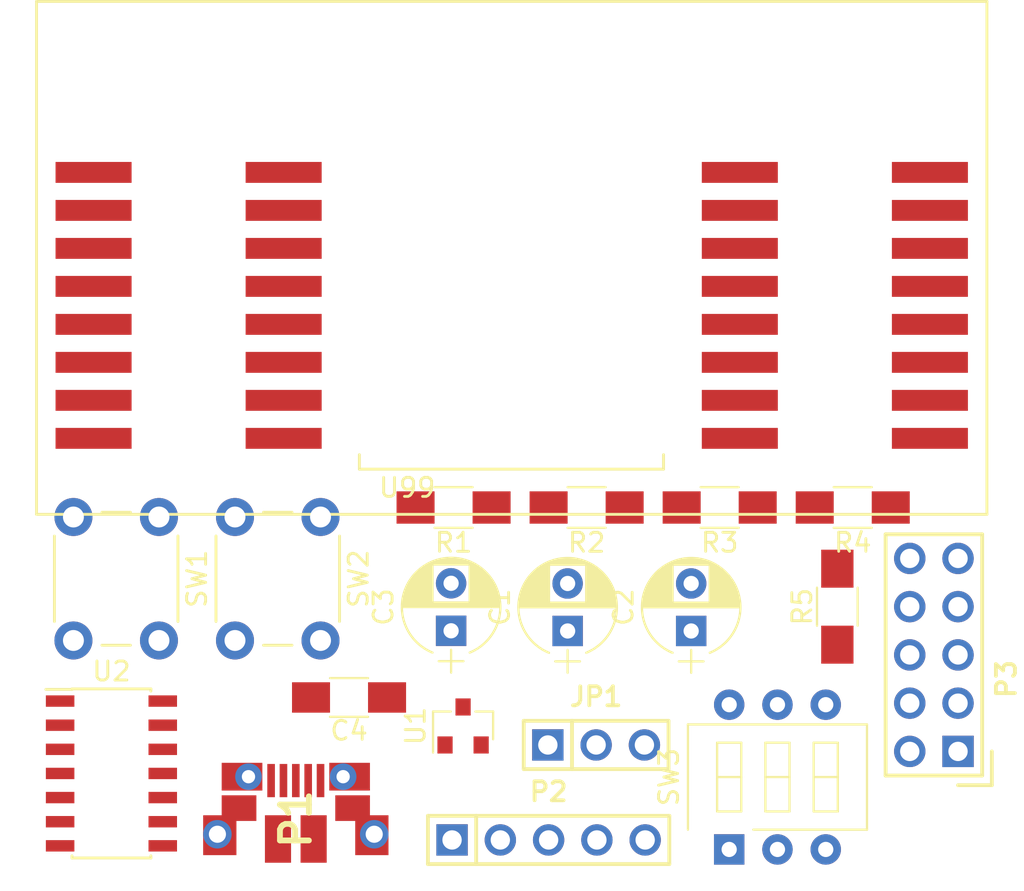
<source format=kicad_pcb>
(kicad_pcb (version 4) (host pcbnew 4.0.5+dfsg1-4~bpo8+1)

  (general
    (links 52)
    (no_connects 52)
    (area 79.061905 77.084999 133.18 125.608068)
    (thickness 1.6)
    (drawings 0)
    (tracks 0)
    (zones 0)
    (modules 19)
    (nets 24)
  )

  (page A4)
  (layers
    (0 F.Cu signal)
    (31 B.Cu signal)
    (32 B.Adhes user)
    (33 F.Adhes user)
    (34 B.Paste user)
    (35 F.Paste user)
    (36 B.SilkS user)
    (37 F.SilkS user)
    (38 B.Mask user)
    (39 F.Mask user)
    (40 Dwgs.User user)
    (41 Cmts.User user)
    (42 Eco1.User user)
    (43 Eco2.User user)
    (44 Edge.Cuts user)
    (45 Margin user)
    (46 B.CrtYd user)
    (47 F.CrtYd user)
    (48 B.Fab user)
    (49 F.Fab user)
  )

  (setup
    (last_trace_width 0.25)
    (trace_clearance 0.2)
    (zone_clearance 0.508)
    (zone_45_only no)
    (trace_min 0.2)
    (segment_width 0.2)
    (edge_width 0.15)
    (via_size 0.6)
    (via_drill 0.4)
    (via_min_size 0.4)
    (via_min_drill 0.3)
    (uvia_size 0.3)
    (uvia_drill 0.1)
    (uvias_allowed no)
    (uvia_min_size 0.2)
    (uvia_min_drill 0.1)
    (pcb_text_width 0.3)
    (pcb_text_size 1.5 1.5)
    (mod_edge_width 0.15)
    (mod_text_size 1 1)
    (mod_text_width 0.15)
    (pad_size 1.524 1.524)
    (pad_drill 0.762)
    (pad_to_mask_clearance 0.2)
    (aux_axis_origin 0 0)
    (visible_elements FFFCFF7F)
    (pcbplotparams
      (layerselection 0x00030_80000001)
      (usegerberextensions false)
      (excludeedgelayer true)
      (linewidth 0.100000)
      (plotframeref false)
      (viasonmask false)
      (mode 1)
      (useauxorigin false)
      (hpglpennumber 1)
      (hpglpenspeed 20)
      (hpglpendiameter 15)
      (hpglpenoverlay 2)
      (psnegative false)
      (psa4output false)
      (plotreference true)
      (plotvalue true)
      (plotinvisibletext false)
      (padsonsilk false)
      (subtractmaskfromsilk false)
      (outputformat 1)
      (mirror false)
      (drillshape 1)
      (scaleselection 1)
      (outputdirectory ""))
  )

  (net 0 "")
  (net 1 "Net-(C1-Pad1)")
  (net 2 GND)
  (net 3 "Net-(C4-Pad1)")
  (net 4 /D-)
  (net 5 /D+)
  (net 6 "Net-(P2-Pad1)")
  (net 7 "Net-(P2-Pad2)")
  (net 8 /PP_ADC)
  (net 9 /PP_GPIO16)
  (net 10 /PP_GPIO14)
  (net 11 /PP_GPIO12)
  (net 12 /PP_GPIO13)
  (net 13 /PP_GPIO5)
  (net 14 /PP_GPIO4)
  (net 15 /PP_GPIO0)
  (net 16 /PP_GPIO2)
  (net 17 /PP_GPIO15)
  (net 18 /PP_REST)
  (net 19 /PP_CH_EN)
  (net 20 /PP_TXD)
  (net 21 /PP_RXD)
  (net 22 VCC)
  (net 23 VBUS)

  (net_class Default "This is the default net class."
    (clearance 0.2)
    (trace_width 0.25)
    (via_dia 0.6)
    (via_drill 0.4)
    (uvia_dia 0.3)
    (uvia_drill 0.1)
    (add_net /D+)
    (add_net /D-)
    (add_net /PP_ADC)
    (add_net /PP_CH_EN)
    (add_net /PP_GPIO0)
    (add_net /PP_GPIO12)
    (add_net /PP_GPIO13)
    (add_net /PP_GPIO14)
    (add_net /PP_GPIO15)
    (add_net /PP_GPIO16)
    (add_net /PP_GPIO2)
    (add_net /PP_GPIO4)
    (add_net /PP_GPIO5)
    (add_net /PP_REST)
    (add_net /PP_RXD)
    (add_net /PP_TXD)
    (add_net GND)
    (add_net "Net-(C1-Pad1)")
    (add_net "Net-(C4-Pad1)")
    (add_net "Net-(P2-Pad1)")
    (add_net "Net-(P2-Pad2)")
    (add_net VBUS)
    (add_net VCC)
  )

  (module KiCad/Capacitors_ThroughHole.pretty:CP_Radial_D5.0mm_P2.50mm (layer F.Cu) (tedit 58765D06) (tstamp 58ECECF7)
    (at 115.5 110.5 90)
    (descr "CP, Radial series, Radial, pin pitch=2.50mm, , diameter=5mm, Electrolytic Capacitor")
    (tags "CP Radial series Radial pin pitch 2.50mm  diameter 5mm Electrolytic Capacitor")
    (path /58DC1487)
    (fp_text reference C2 (at 1.25 -3.56 90) (layer F.SilkS)
      (effects (font (size 1 1) (thickness 0.15)))
    )
    (fp_text value 330uf (at 1.25 3.56 90) (layer F.Fab)
      (effects (font (size 1 1) (thickness 0.15)))
    )
    (fp_arc (start 1.25 0) (end -1.147436 -0.98) (angle 135.5) (layer F.SilkS) (width 0.12))
    (fp_arc (start 1.25 0) (end -1.147436 0.98) (angle -135.5) (layer F.SilkS) (width 0.12))
    (fp_arc (start 1.25 0) (end 3.647436 -0.98) (angle 44.5) (layer F.SilkS) (width 0.12))
    (fp_circle (center 1.25 0) (end 3.75 0) (layer F.Fab) (width 0.1))
    (fp_line (start -2.2 0) (end -1 0) (layer F.Fab) (width 0.1))
    (fp_line (start -1.6 -0.65) (end -1.6 0.65) (layer F.Fab) (width 0.1))
    (fp_line (start 1.25 -2.55) (end 1.25 2.55) (layer F.SilkS) (width 0.12))
    (fp_line (start 1.29 -2.55) (end 1.29 2.55) (layer F.SilkS) (width 0.12))
    (fp_line (start 1.33 -2.549) (end 1.33 2.549) (layer F.SilkS) (width 0.12))
    (fp_line (start 1.37 -2.548) (end 1.37 2.548) (layer F.SilkS) (width 0.12))
    (fp_line (start 1.41 -2.546) (end 1.41 2.546) (layer F.SilkS) (width 0.12))
    (fp_line (start 1.45 -2.543) (end 1.45 2.543) (layer F.SilkS) (width 0.12))
    (fp_line (start 1.49 -2.539) (end 1.49 2.539) (layer F.SilkS) (width 0.12))
    (fp_line (start 1.53 -2.535) (end 1.53 -0.98) (layer F.SilkS) (width 0.12))
    (fp_line (start 1.53 0.98) (end 1.53 2.535) (layer F.SilkS) (width 0.12))
    (fp_line (start 1.57 -2.531) (end 1.57 -0.98) (layer F.SilkS) (width 0.12))
    (fp_line (start 1.57 0.98) (end 1.57 2.531) (layer F.SilkS) (width 0.12))
    (fp_line (start 1.61 -2.525) (end 1.61 -0.98) (layer F.SilkS) (width 0.12))
    (fp_line (start 1.61 0.98) (end 1.61 2.525) (layer F.SilkS) (width 0.12))
    (fp_line (start 1.65 -2.519) (end 1.65 -0.98) (layer F.SilkS) (width 0.12))
    (fp_line (start 1.65 0.98) (end 1.65 2.519) (layer F.SilkS) (width 0.12))
    (fp_line (start 1.69 -2.513) (end 1.69 -0.98) (layer F.SilkS) (width 0.12))
    (fp_line (start 1.69 0.98) (end 1.69 2.513) (layer F.SilkS) (width 0.12))
    (fp_line (start 1.73 -2.506) (end 1.73 -0.98) (layer F.SilkS) (width 0.12))
    (fp_line (start 1.73 0.98) (end 1.73 2.506) (layer F.SilkS) (width 0.12))
    (fp_line (start 1.77 -2.498) (end 1.77 -0.98) (layer F.SilkS) (width 0.12))
    (fp_line (start 1.77 0.98) (end 1.77 2.498) (layer F.SilkS) (width 0.12))
    (fp_line (start 1.81 -2.489) (end 1.81 -0.98) (layer F.SilkS) (width 0.12))
    (fp_line (start 1.81 0.98) (end 1.81 2.489) (layer F.SilkS) (width 0.12))
    (fp_line (start 1.85 -2.48) (end 1.85 -0.98) (layer F.SilkS) (width 0.12))
    (fp_line (start 1.85 0.98) (end 1.85 2.48) (layer F.SilkS) (width 0.12))
    (fp_line (start 1.89 -2.47) (end 1.89 -0.98) (layer F.SilkS) (width 0.12))
    (fp_line (start 1.89 0.98) (end 1.89 2.47) (layer F.SilkS) (width 0.12))
    (fp_line (start 1.93 -2.46) (end 1.93 -0.98) (layer F.SilkS) (width 0.12))
    (fp_line (start 1.93 0.98) (end 1.93 2.46) (layer F.SilkS) (width 0.12))
    (fp_line (start 1.971 -2.448) (end 1.971 -0.98) (layer F.SilkS) (width 0.12))
    (fp_line (start 1.971 0.98) (end 1.971 2.448) (layer F.SilkS) (width 0.12))
    (fp_line (start 2.011 -2.436) (end 2.011 -0.98) (layer F.SilkS) (width 0.12))
    (fp_line (start 2.011 0.98) (end 2.011 2.436) (layer F.SilkS) (width 0.12))
    (fp_line (start 2.051 -2.424) (end 2.051 -0.98) (layer F.SilkS) (width 0.12))
    (fp_line (start 2.051 0.98) (end 2.051 2.424) (layer F.SilkS) (width 0.12))
    (fp_line (start 2.091 -2.41) (end 2.091 -0.98) (layer F.SilkS) (width 0.12))
    (fp_line (start 2.091 0.98) (end 2.091 2.41) (layer F.SilkS) (width 0.12))
    (fp_line (start 2.131 -2.396) (end 2.131 -0.98) (layer F.SilkS) (width 0.12))
    (fp_line (start 2.131 0.98) (end 2.131 2.396) (layer F.SilkS) (width 0.12))
    (fp_line (start 2.171 -2.382) (end 2.171 -0.98) (layer F.SilkS) (width 0.12))
    (fp_line (start 2.171 0.98) (end 2.171 2.382) (layer F.SilkS) (width 0.12))
    (fp_line (start 2.211 -2.366) (end 2.211 -0.98) (layer F.SilkS) (width 0.12))
    (fp_line (start 2.211 0.98) (end 2.211 2.366) (layer F.SilkS) (width 0.12))
    (fp_line (start 2.251 -2.35) (end 2.251 -0.98) (layer F.SilkS) (width 0.12))
    (fp_line (start 2.251 0.98) (end 2.251 2.35) (layer F.SilkS) (width 0.12))
    (fp_line (start 2.291 -2.333) (end 2.291 -0.98) (layer F.SilkS) (width 0.12))
    (fp_line (start 2.291 0.98) (end 2.291 2.333) (layer F.SilkS) (width 0.12))
    (fp_line (start 2.331 -2.315) (end 2.331 -0.98) (layer F.SilkS) (width 0.12))
    (fp_line (start 2.331 0.98) (end 2.331 2.315) (layer F.SilkS) (width 0.12))
    (fp_line (start 2.371 -2.296) (end 2.371 -0.98) (layer F.SilkS) (width 0.12))
    (fp_line (start 2.371 0.98) (end 2.371 2.296) (layer F.SilkS) (width 0.12))
    (fp_line (start 2.411 -2.276) (end 2.411 -0.98) (layer F.SilkS) (width 0.12))
    (fp_line (start 2.411 0.98) (end 2.411 2.276) (layer F.SilkS) (width 0.12))
    (fp_line (start 2.451 -2.256) (end 2.451 -0.98) (layer F.SilkS) (width 0.12))
    (fp_line (start 2.451 0.98) (end 2.451 2.256) (layer F.SilkS) (width 0.12))
    (fp_line (start 2.491 -2.234) (end 2.491 -0.98) (layer F.SilkS) (width 0.12))
    (fp_line (start 2.491 0.98) (end 2.491 2.234) (layer F.SilkS) (width 0.12))
    (fp_line (start 2.531 -2.212) (end 2.531 -0.98) (layer F.SilkS) (width 0.12))
    (fp_line (start 2.531 0.98) (end 2.531 2.212) (layer F.SilkS) (width 0.12))
    (fp_line (start 2.571 -2.189) (end 2.571 -0.98) (layer F.SilkS) (width 0.12))
    (fp_line (start 2.571 0.98) (end 2.571 2.189) (layer F.SilkS) (width 0.12))
    (fp_line (start 2.611 -2.165) (end 2.611 -0.98) (layer F.SilkS) (width 0.12))
    (fp_line (start 2.611 0.98) (end 2.611 2.165) (layer F.SilkS) (width 0.12))
    (fp_line (start 2.651 -2.14) (end 2.651 -0.98) (layer F.SilkS) (width 0.12))
    (fp_line (start 2.651 0.98) (end 2.651 2.14) (layer F.SilkS) (width 0.12))
    (fp_line (start 2.691 -2.113) (end 2.691 -0.98) (layer F.SilkS) (width 0.12))
    (fp_line (start 2.691 0.98) (end 2.691 2.113) (layer F.SilkS) (width 0.12))
    (fp_line (start 2.731 -2.086) (end 2.731 -0.98) (layer F.SilkS) (width 0.12))
    (fp_line (start 2.731 0.98) (end 2.731 2.086) (layer F.SilkS) (width 0.12))
    (fp_line (start 2.771 -2.058) (end 2.771 -0.98) (layer F.SilkS) (width 0.12))
    (fp_line (start 2.771 0.98) (end 2.771 2.058) (layer F.SilkS) (width 0.12))
    (fp_line (start 2.811 -2.028) (end 2.811 -0.98) (layer F.SilkS) (width 0.12))
    (fp_line (start 2.811 0.98) (end 2.811 2.028) (layer F.SilkS) (width 0.12))
    (fp_line (start 2.851 -1.997) (end 2.851 -0.98) (layer F.SilkS) (width 0.12))
    (fp_line (start 2.851 0.98) (end 2.851 1.997) (layer F.SilkS) (width 0.12))
    (fp_line (start 2.891 -1.965) (end 2.891 -0.98) (layer F.SilkS) (width 0.12))
    (fp_line (start 2.891 0.98) (end 2.891 1.965) (layer F.SilkS) (width 0.12))
    (fp_line (start 2.931 -1.932) (end 2.931 -0.98) (layer F.SilkS) (width 0.12))
    (fp_line (start 2.931 0.98) (end 2.931 1.932) (layer F.SilkS) (width 0.12))
    (fp_line (start 2.971 -1.897) (end 2.971 -0.98) (layer F.SilkS) (width 0.12))
    (fp_line (start 2.971 0.98) (end 2.971 1.897) (layer F.SilkS) (width 0.12))
    (fp_line (start 3.011 -1.861) (end 3.011 -0.98) (layer F.SilkS) (width 0.12))
    (fp_line (start 3.011 0.98) (end 3.011 1.861) (layer F.SilkS) (width 0.12))
    (fp_line (start 3.051 -1.823) (end 3.051 -0.98) (layer F.SilkS) (width 0.12))
    (fp_line (start 3.051 0.98) (end 3.051 1.823) (layer F.SilkS) (width 0.12))
    (fp_line (start 3.091 -1.783) (end 3.091 -0.98) (layer F.SilkS) (width 0.12))
    (fp_line (start 3.091 0.98) (end 3.091 1.783) (layer F.SilkS) (width 0.12))
    (fp_line (start 3.131 -1.742) (end 3.131 -0.98) (layer F.SilkS) (width 0.12))
    (fp_line (start 3.131 0.98) (end 3.131 1.742) (layer F.SilkS) (width 0.12))
    (fp_line (start 3.171 -1.699) (end 3.171 -0.98) (layer F.SilkS) (width 0.12))
    (fp_line (start 3.171 0.98) (end 3.171 1.699) (layer F.SilkS) (width 0.12))
    (fp_line (start 3.211 -1.654) (end 3.211 -0.98) (layer F.SilkS) (width 0.12))
    (fp_line (start 3.211 0.98) (end 3.211 1.654) (layer F.SilkS) (width 0.12))
    (fp_line (start 3.251 -1.606) (end 3.251 -0.98) (layer F.SilkS) (width 0.12))
    (fp_line (start 3.251 0.98) (end 3.251 1.606) (layer F.SilkS) (width 0.12))
    (fp_line (start 3.291 -1.556) (end 3.291 -0.98) (layer F.SilkS) (width 0.12))
    (fp_line (start 3.291 0.98) (end 3.291 1.556) (layer F.SilkS) (width 0.12))
    (fp_line (start 3.331 -1.504) (end 3.331 -0.98) (layer F.SilkS) (width 0.12))
    (fp_line (start 3.331 0.98) (end 3.331 1.504) (layer F.SilkS) (width 0.12))
    (fp_line (start 3.371 -1.448) (end 3.371 -0.98) (layer F.SilkS) (width 0.12))
    (fp_line (start 3.371 0.98) (end 3.371 1.448) (layer F.SilkS) (width 0.12))
    (fp_line (start 3.411 -1.39) (end 3.411 -0.98) (layer F.SilkS) (width 0.12))
    (fp_line (start 3.411 0.98) (end 3.411 1.39) (layer F.SilkS) (width 0.12))
    (fp_line (start 3.451 -1.327) (end 3.451 -0.98) (layer F.SilkS) (width 0.12))
    (fp_line (start 3.451 0.98) (end 3.451 1.327) (layer F.SilkS) (width 0.12))
    (fp_line (start 3.491 -1.261) (end 3.491 1.261) (layer F.SilkS) (width 0.12))
    (fp_line (start 3.531 -1.189) (end 3.531 1.189) (layer F.SilkS) (width 0.12))
    (fp_line (start 3.571 -1.112) (end 3.571 1.112) (layer F.SilkS) (width 0.12))
    (fp_line (start 3.611 -1.028) (end 3.611 1.028) (layer F.SilkS) (width 0.12))
    (fp_line (start 3.651 -0.934) (end 3.651 0.934) (layer F.SilkS) (width 0.12))
    (fp_line (start 3.691 -0.829) (end 3.691 0.829) (layer F.SilkS) (width 0.12))
    (fp_line (start 3.731 -0.707) (end 3.731 0.707) (layer F.SilkS) (width 0.12))
    (fp_line (start 3.771 -0.559) (end 3.771 0.559) (layer F.SilkS) (width 0.12))
    (fp_line (start 3.811 -0.354) (end 3.811 0.354) (layer F.SilkS) (width 0.12))
    (fp_line (start -2.2 0) (end -1 0) (layer F.SilkS) (width 0.12))
    (fp_line (start -1.6 -0.65) (end -1.6 0.65) (layer F.SilkS) (width 0.12))
    (fp_line (start -1.6 -2.85) (end -1.6 2.85) (layer F.CrtYd) (width 0.05))
    (fp_line (start -1.6 2.85) (end 4.1 2.85) (layer F.CrtYd) (width 0.05))
    (fp_line (start 4.1 2.85) (end 4.1 -2.85) (layer F.CrtYd) (width 0.05))
    (fp_line (start 4.1 -2.85) (end -1.6 -2.85) (layer F.CrtYd) (width 0.05))
    (pad 1 thru_hole rect (at 0 0 90) (size 1.6 1.6) (drill 0.8) (layers *.Cu *.Mask)
      (net 22 VCC))
    (pad 2 thru_hole circle (at 2.5 0 90) (size 1.6 1.6) (drill 0.8) (layers *.Cu *.Mask)
      (net 2 GND))
    (model Capacitors_THT.3dshapes/CP_Radial_D5.0mm_P2.50mm.wrl
      (at (xyz 0 0 0))
      (scale (xyz 0.393701 0.393701 0.393701))
      (rotate (xyz 0 0 0))
    )
  )

  (module KiCad/Capacitors_ThroughHole.pretty:CP_Radial_D5.0mm_P2.50mm (layer F.Cu) (tedit 58765D06) (tstamp 58ECED7B)
    (at 102.87 110.49 90)
    (descr "CP, Radial series, Radial, pin pitch=2.50mm, , diameter=5mm, Electrolytic Capacitor")
    (tags "CP Radial series Radial pin pitch 2.50mm  diameter 5mm Electrolytic Capacitor")
    (path /58E83D68)
    (fp_text reference C3 (at 1.25 -3.56 90) (layer F.SilkS)
      (effects (font (size 1 1) (thickness 0.15)))
    )
    (fp_text value 4.7uF (at 1.25 3.56 90) (layer F.Fab)
      (effects (font (size 1 1) (thickness 0.15)))
    )
    (fp_arc (start 1.25 0) (end -1.147436 -0.98) (angle 135.5) (layer F.SilkS) (width 0.12))
    (fp_arc (start 1.25 0) (end -1.147436 0.98) (angle -135.5) (layer F.SilkS) (width 0.12))
    (fp_arc (start 1.25 0) (end 3.647436 -0.98) (angle 44.5) (layer F.SilkS) (width 0.12))
    (fp_circle (center 1.25 0) (end 3.75 0) (layer F.Fab) (width 0.1))
    (fp_line (start -2.2 0) (end -1 0) (layer F.Fab) (width 0.1))
    (fp_line (start -1.6 -0.65) (end -1.6 0.65) (layer F.Fab) (width 0.1))
    (fp_line (start 1.25 -2.55) (end 1.25 2.55) (layer F.SilkS) (width 0.12))
    (fp_line (start 1.29 -2.55) (end 1.29 2.55) (layer F.SilkS) (width 0.12))
    (fp_line (start 1.33 -2.549) (end 1.33 2.549) (layer F.SilkS) (width 0.12))
    (fp_line (start 1.37 -2.548) (end 1.37 2.548) (layer F.SilkS) (width 0.12))
    (fp_line (start 1.41 -2.546) (end 1.41 2.546) (layer F.SilkS) (width 0.12))
    (fp_line (start 1.45 -2.543) (end 1.45 2.543) (layer F.SilkS) (width 0.12))
    (fp_line (start 1.49 -2.539) (end 1.49 2.539) (layer F.SilkS) (width 0.12))
    (fp_line (start 1.53 -2.535) (end 1.53 -0.98) (layer F.SilkS) (width 0.12))
    (fp_line (start 1.53 0.98) (end 1.53 2.535) (layer F.SilkS) (width 0.12))
    (fp_line (start 1.57 -2.531) (end 1.57 -0.98) (layer F.SilkS) (width 0.12))
    (fp_line (start 1.57 0.98) (end 1.57 2.531) (layer F.SilkS) (width 0.12))
    (fp_line (start 1.61 -2.525) (end 1.61 -0.98) (layer F.SilkS) (width 0.12))
    (fp_line (start 1.61 0.98) (end 1.61 2.525) (layer F.SilkS) (width 0.12))
    (fp_line (start 1.65 -2.519) (end 1.65 -0.98) (layer F.SilkS) (width 0.12))
    (fp_line (start 1.65 0.98) (end 1.65 2.519) (layer F.SilkS) (width 0.12))
    (fp_line (start 1.69 -2.513) (end 1.69 -0.98) (layer F.SilkS) (width 0.12))
    (fp_line (start 1.69 0.98) (end 1.69 2.513) (layer F.SilkS) (width 0.12))
    (fp_line (start 1.73 -2.506) (end 1.73 -0.98) (layer F.SilkS) (width 0.12))
    (fp_line (start 1.73 0.98) (end 1.73 2.506) (layer F.SilkS) (width 0.12))
    (fp_line (start 1.77 -2.498) (end 1.77 -0.98) (layer F.SilkS) (width 0.12))
    (fp_line (start 1.77 0.98) (end 1.77 2.498) (layer F.SilkS) (width 0.12))
    (fp_line (start 1.81 -2.489) (end 1.81 -0.98) (layer F.SilkS) (width 0.12))
    (fp_line (start 1.81 0.98) (end 1.81 2.489) (layer F.SilkS) (width 0.12))
    (fp_line (start 1.85 -2.48) (end 1.85 -0.98) (layer F.SilkS) (width 0.12))
    (fp_line (start 1.85 0.98) (end 1.85 2.48) (layer F.SilkS) (width 0.12))
    (fp_line (start 1.89 -2.47) (end 1.89 -0.98) (layer F.SilkS) (width 0.12))
    (fp_line (start 1.89 0.98) (end 1.89 2.47) (layer F.SilkS) (width 0.12))
    (fp_line (start 1.93 -2.46) (end 1.93 -0.98) (layer F.SilkS) (width 0.12))
    (fp_line (start 1.93 0.98) (end 1.93 2.46) (layer F.SilkS) (width 0.12))
    (fp_line (start 1.971 -2.448) (end 1.971 -0.98) (layer F.SilkS) (width 0.12))
    (fp_line (start 1.971 0.98) (end 1.971 2.448) (layer F.SilkS) (width 0.12))
    (fp_line (start 2.011 -2.436) (end 2.011 -0.98) (layer F.SilkS) (width 0.12))
    (fp_line (start 2.011 0.98) (end 2.011 2.436) (layer F.SilkS) (width 0.12))
    (fp_line (start 2.051 -2.424) (end 2.051 -0.98) (layer F.SilkS) (width 0.12))
    (fp_line (start 2.051 0.98) (end 2.051 2.424) (layer F.SilkS) (width 0.12))
    (fp_line (start 2.091 -2.41) (end 2.091 -0.98) (layer F.SilkS) (width 0.12))
    (fp_line (start 2.091 0.98) (end 2.091 2.41) (layer F.SilkS) (width 0.12))
    (fp_line (start 2.131 -2.396) (end 2.131 -0.98) (layer F.SilkS) (width 0.12))
    (fp_line (start 2.131 0.98) (end 2.131 2.396) (layer F.SilkS) (width 0.12))
    (fp_line (start 2.171 -2.382) (end 2.171 -0.98) (layer F.SilkS) (width 0.12))
    (fp_line (start 2.171 0.98) (end 2.171 2.382) (layer F.SilkS) (width 0.12))
    (fp_line (start 2.211 -2.366) (end 2.211 -0.98) (layer F.SilkS) (width 0.12))
    (fp_line (start 2.211 0.98) (end 2.211 2.366) (layer F.SilkS) (width 0.12))
    (fp_line (start 2.251 -2.35) (end 2.251 -0.98) (layer F.SilkS) (width 0.12))
    (fp_line (start 2.251 0.98) (end 2.251 2.35) (layer F.SilkS) (width 0.12))
    (fp_line (start 2.291 -2.333) (end 2.291 -0.98) (layer F.SilkS) (width 0.12))
    (fp_line (start 2.291 0.98) (end 2.291 2.333) (layer F.SilkS) (width 0.12))
    (fp_line (start 2.331 -2.315) (end 2.331 -0.98) (layer F.SilkS) (width 0.12))
    (fp_line (start 2.331 0.98) (end 2.331 2.315) (layer F.SilkS) (width 0.12))
    (fp_line (start 2.371 -2.296) (end 2.371 -0.98) (layer F.SilkS) (width 0.12))
    (fp_line (start 2.371 0.98) (end 2.371 2.296) (layer F.SilkS) (width 0.12))
    (fp_line (start 2.411 -2.276) (end 2.411 -0.98) (layer F.SilkS) (width 0.12))
    (fp_line (start 2.411 0.98) (end 2.411 2.276) (layer F.SilkS) (width 0.12))
    (fp_line (start 2.451 -2.256) (end 2.451 -0.98) (layer F.SilkS) (width 0.12))
    (fp_line (start 2.451 0.98) (end 2.451 2.256) (layer F.SilkS) (width 0.12))
    (fp_line (start 2.491 -2.234) (end 2.491 -0.98) (layer F.SilkS) (width 0.12))
    (fp_line (start 2.491 0.98) (end 2.491 2.234) (layer F.SilkS) (width 0.12))
    (fp_line (start 2.531 -2.212) (end 2.531 -0.98) (layer F.SilkS) (width 0.12))
    (fp_line (start 2.531 0.98) (end 2.531 2.212) (layer F.SilkS) (width 0.12))
    (fp_line (start 2.571 -2.189) (end 2.571 -0.98) (layer F.SilkS) (width 0.12))
    (fp_line (start 2.571 0.98) (end 2.571 2.189) (layer F.SilkS) (width 0.12))
    (fp_line (start 2.611 -2.165) (end 2.611 -0.98) (layer F.SilkS) (width 0.12))
    (fp_line (start 2.611 0.98) (end 2.611 2.165) (layer F.SilkS) (width 0.12))
    (fp_line (start 2.651 -2.14) (end 2.651 -0.98) (layer F.SilkS) (width 0.12))
    (fp_line (start 2.651 0.98) (end 2.651 2.14) (layer F.SilkS) (width 0.12))
    (fp_line (start 2.691 -2.113) (end 2.691 -0.98) (layer F.SilkS) (width 0.12))
    (fp_line (start 2.691 0.98) (end 2.691 2.113) (layer F.SilkS) (width 0.12))
    (fp_line (start 2.731 -2.086) (end 2.731 -0.98) (layer F.SilkS) (width 0.12))
    (fp_line (start 2.731 0.98) (end 2.731 2.086) (layer F.SilkS) (width 0.12))
    (fp_line (start 2.771 -2.058) (end 2.771 -0.98) (layer F.SilkS) (width 0.12))
    (fp_line (start 2.771 0.98) (end 2.771 2.058) (layer F.SilkS) (width 0.12))
    (fp_line (start 2.811 -2.028) (end 2.811 -0.98) (layer F.SilkS) (width 0.12))
    (fp_line (start 2.811 0.98) (end 2.811 2.028) (layer F.SilkS) (width 0.12))
    (fp_line (start 2.851 -1.997) (end 2.851 -0.98) (layer F.SilkS) (width 0.12))
    (fp_line (start 2.851 0.98) (end 2.851 1.997) (layer F.SilkS) (width 0.12))
    (fp_line (start 2.891 -1.965) (end 2.891 -0.98) (layer F.SilkS) (width 0.12))
    (fp_line (start 2.891 0.98) (end 2.891 1.965) (layer F.SilkS) (width 0.12))
    (fp_line (start 2.931 -1.932) (end 2.931 -0.98) (layer F.SilkS) (width 0.12))
    (fp_line (start 2.931 0.98) (end 2.931 1.932) (layer F.SilkS) (width 0.12))
    (fp_line (start 2.971 -1.897) (end 2.971 -0.98) (layer F.SilkS) (width 0.12))
    (fp_line (start 2.971 0.98) (end 2.971 1.897) (layer F.SilkS) (width 0.12))
    (fp_line (start 3.011 -1.861) (end 3.011 -0.98) (layer F.SilkS) (width 0.12))
    (fp_line (start 3.011 0.98) (end 3.011 1.861) (layer F.SilkS) (width 0.12))
    (fp_line (start 3.051 -1.823) (end 3.051 -0.98) (layer F.SilkS) (width 0.12))
    (fp_line (start 3.051 0.98) (end 3.051 1.823) (layer F.SilkS) (width 0.12))
    (fp_line (start 3.091 -1.783) (end 3.091 -0.98) (layer F.SilkS) (width 0.12))
    (fp_line (start 3.091 0.98) (end 3.091 1.783) (layer F.SilkS) (width 0.12))
    (fp_line (start 3.131 -1.742) (end 3.131 -0.98) (layer F.SilkS) (width 0.12))
    (fp_line (start 3.131 0.98) (end 3.131 1.742) (layer F.SilkS) (width 0.12))
    (fp_line (start 3.171 -1.699) (end 3.171 -0.98) (layer F.SilkS) (width 0.12))
    (fp_line (start 3.171 0.98) (end 3.171 1.699) (layer F.SilkS) (width 0.12))
    (fp_line (start 3.211 -1.654) (end 3.211 -0.98) (layer F.SilkS) (width 0.12))
    (fp_line (start 3.211 0.98) (end 3.211 1.654) (layer F.SilkS) (width 0.12))
    (fp_line (start 3.251 -1.606) (end 3.251 -0.98) (layer F.SilkS) (width 0.12))
    (fp_line (start 3.251 0.98) (end 3.251 1.606) (layer F.SilkS) (width 0.12))
    (fp_line (start 3.291 -1.556) (end 3.291 -0.98) (layer F.SilkS) (width 0.12))
    (fp_line (start 3.291 0.98) (end 3.291 1.556) (layer F.SilkS) (width 0.12))
    (fp_line (start 3.331 -1.504) (end 3.331 -0.98) (layer F.SilkS) (width 0.12))
    (fp_line (start 3.331 0.98) (end 3.331 1.504) (layer F.SilkS) (width 0.12))
    (fp_line (start 3.371 -1.448) (end 3.371 -0.98) (layer F.SilkS) (width 0.12))
    (fp_line (start 3.371 0.98) (end 3.371 1.448) (layer F.SilkS) (width 0.12))
    (fp_line (start 3.411 -1.39) (end 3.411 -0.98) (layer F.SilkS) (width 0.12))
    (fp_line (start 3.411 0.98) (end 3.411 1.39) (layer F.SilkS) (width 0.12))
    (fp_line (start 3.451 -1.327) (end 3.451 -0.98) (layer F.SilkS) (width 0.12))
    (fp_line (start 3.451 0.98) (end 3.451 1.327) (layer F.SilkS) (width 0.12))
    (fp_line (start 3.491 -1.261) (end 3.491 1.261) (layer F.SilkS) (width 0.12))
    (fp_line (start 3.531 -1.189) (end 3.531 1.189) (layer F.SilkS) (width 0.12))
    (fp_line (start 3.571 -1.112) (end 3.571 1.112) (layer F.SilkS) (width 0.12))
    (fp_line (start 3.611 -1.028) (end 3.611 1.028) (layer F.SilkS) (width 0.12))
    (fp_line (start 3.651 -0.934) (end 3.651 0.934) (layer F.SilkS) (width 0.12))
    (fp_line (start 3.691 -0.829) (end 3.691 0.829) (layer F.SilkS) (width 0.12))
    (fp_line (start 3.731 -0.707) (end 3.731 0.707) (layer F.SilkS) (width 0.12))
    (fp_line (start 3.771 -0.559) (end 3.771 0.559) (layer F.SilkS) (width 0.12))
    (fp_line (start 3.811 -0.354) (end 3.811 0.354) (layer F.SilkS) (width 0.12))
    (fp_line (start -2.2 0) (end -1 0) (layer F.SilkS) (width 0.12))
    (fp_line (start -1.6 -0.65) (end -1.6 0.65) (layer F.SilkS) (width 0.12))
    (fp_line (start -1.6 -2.85) (end -1.6 2.85) (layer F.CrtYd) (width 0.05))
    (fp_line (start -1.6 2.85) (end 4.1 2.85) (layer F.CrtYd) (width 0.05))
    (fp_line (start 4.1 2.85) (end 4.1 -2.85) (layer F.CrtYd) (width 0.05))
    (fp_line (start 4.1 -2.85) (end -1.6 -2.85) (layer F.CrtYd) (width 0.05))
    (pad 1 thru_hole rect (at 0 0 90) (size 1.6 1.6) (drill 0.8) (layers *.Cu *.Mask)
      (net 22 VCC))
    (pad 2 thru_hole circle (at 2.5 0 90) (size 1.6 1.6) (drill 0.8) (layers *.Cu *.Mask)
      (net 2 GND))
    (model Capacitors_THT.3dshapes/CP_Radial_D5.0mm_P2.50mm.wrl
      (at (xyz 0 0 0))
      (scale (xyz 0.393701 0.393701 0.393701))
      (rotate (xyz 0 0 0))
    )
  )

  (module KiCad/Capacitors_SMD.pretty:C_1206_HandSoldering (layer F.Cu) (tedit 58AA84D1) (tstamp 58ECED8C)
    (at 97.5 114 180)
    (descr "Capacitor SMD 1206, hand soldering")
    (tags "capacitor 1206")
    (path /58E844D8)
    (attr smd)
    (fp_text reference C4 (at 0 -1.75 180) (layer F.SilkS)
      (effects (font (size 1 1) (thickness 0.15)))
    )
    (fp_text value 330nF (at 0 2 180) (layer F.Fab)
      (effects (font (size 1 1) (thickness 0.15)))
    )
    (fp_text user %R (at 0 -1.75 180) (layer F.Fab)
      (effects (font (size 1 1) (thickness 0.15)))
    )
    (fp_line (start -1.6 0.8) (end -1.6 -0.8) (layer F.Fab) (width 0.1))
    (fp_line (start 1.6 0.8) (end -1.6 0.8) (layer F.Fab) (width 0.1))
    (fp_line (start 1.6 -0.8) (end 1.6 0.8) (layer F.Fab) (width 0.1))
    (fp_line (start -1.6 -0.8) (end 1.6 -0.8) (layer F.Fab) (width 0.1))
    (fp_line (start 1 -1.02) (end -1 -1.02) (layer F.SilkS) (width 0.12))
    (fp_line (start -1 1.02) (end 1 1.02) (layer F.SilkS) (width 0.12))
    (fp_line (start -3.25 -1.05) (end 3.25 -1.05) (layer F.CrtYd) (width 0.05))
    (fp_line (start -3.25 -1.05) (end -3.25 1.05) (layer F.CrtYd) (width 0.05))
    (fp_line (start 3.25 1.05) (end 3.25 -1.05) (layer F.CrtYd) (width 0.05))
    (fp_line (start 3.25 1.05) (end -3.25 1.05) (layer F.CrtYd) (width 0.05))
    (pad 1 smd rect (at -2 0 180) (size 2 1.6) (layers F.Cu F.Paste F.Mask)
      (net 3 "Net-(C4-Pad1)"))
    (pad 2 smd rect (at 2 0 180) (size 2 1.6) (layers F.Cu F.Paste F.Mask)
      (net 2 GND))
    (model Capacitors_SMD.3dshapes/C_1206.wrl
      (at (xyz 0 0 0))
      (scale (xyz 1 1 1))
      (rotate (xyz 0 0 0))
    )
  )

  (module madworm/SIL-Headers.pretty:SIL-5 (layer F.Cu) (tedit 5326F4AD) (tstamp 58ECEDB0)
    (at 108 121.5)
    (tags "CONN DEV")
    (path /58DC0B08)
    (fp_text reference P2 (at 0 -2.54) (layer F.SilkS)
      (effects (font (size 1 1) (thickness 0.2)))
    )
    (fp_text value CONN_01X04 (at 0 2.54) (layer F.SilkS) hide
      (effects (font (size 1 1) (thickness 0.2)))
    )
    (fp_line (start 6.35 1.27) (end -6.35 1.27) (layer F.SilkS) (width 0.2))
    (fp_line (start -6.35 -1.27) (end 6.35 -1.27) (layer F.SilkS) (width 0.2))
    (fp_line (start 6.35 -1.27) (end 6.35 1.27) (layer F.SilkS) (width 0.2))
    (fp_line (start -6.35 1.27) (end -6.35 -1.27) (layer F.SilkS) (width 0.2))
    (fp_line (start -3.81 1.27) (end -3.81 -1.27) (layer F.SilkS) (width 0.2))
    (pad 1 thru_hole rect (at -5.08 0) (size 1.65 1.65) (drill 1.016) (layers *.Cu *.Mask)
      (net 6 "Net-(P2-Pad1)"))
    (pad 2 thru_hole circle (at -2.54 0) (size 1.65 1.65) (drill 1.016) (layers *.Cu *.Mask)
      (net 7 "Net-(P2-Pad2)"))
    (pad 3 thru_hole circle (at 0 0) (size 1.65 1.65) (drill 1.016) (layers *.Cu *.Mask))
    (pad 4 thru_hole circle (at 2.54 0) (size 1.65 1.65) (drill 1.016) (layers *.Cu *.Mask)
      (net 2 GND))
    (pad 5 thru_hole circle (at 5.08 0) (size 1.65 1.65) (drill 1.016) (layers *.Cu *.Mask))
  )

  (module KiCad/Resistors_SMD.pretty:R_1206_HandSoldering (layer F.Cu) (tedit 58AADA36) (tstamp 58ECEDDD)
    (at 103 104 180)
    (descr "Resistor SMD 1206, hand soldering")
    (tags "resistor 1206")
    (path /58DED73E)
    (attr smd)
    (fp_text reference R1 (at 0 -1.85 180) (layer F.SilkS)
      (effects (font (size 1 1) (thickness 0.15)))
    )
    (fp_text value 10K (at 0 1.9 180) (layer F.Fab)
      (effects (font (size 1 1) (thickness 0.15)))
    )
    (fp_text user %R (at 0 -1.85 180) (layer F.Fab)
      (effects (font (size 1 1) (thickness 0.15)))
    )
    (fp_line (start -1.6 0.8) (end -1.6 -0.8) (layer F.Fab) (width 0.1))
    (fp_line (start 1.6 0.8) (end -1.6 0.8) (layer F.Fab) (width 0.1))
    (fp_line (start 1.6 -0.8) (end 1.6 0.8) (layer F.Fab) (width 0.1))
    (fp_line (start -1.6 -0.8) (end 1.6 -0.8) (layer F.Fab) (width 0.1))
    (fp_line (start 1 1.07) (end -1 1.07) (layer F.SilkS) (width 0.12))
    (fp_line (start -1 -1.07) (end 1 -1.07) (layer F.SilkS) (width 0.12))
    (fp_line (start -3.25 -1.11) (end 3.25 -1.11) (layer F.CrtYd) (width 0.05))
    (fp_line (start -3.25 -1.11) (end -3.25 1.1) (layer F.CrtYd) (width 0.05))
    (fp_line (start 3.25 1.1) (end 3.25 -1.11) (layer F.CrtYd) (width 0.05))
    (fp_line (start 3.25 1.1) (end -3.25 1.1) (layer F.CrtYd) (width 0.05))
    (pad 1 smd rect (at -2 0 180) (size 2 1.7) (layers F.Cu F.Paste F.Mask)
      (net 22 VCC))
    (pad 2 smd rect (at 2 0 180) (size 2 1.7) (layers F.Cu F.Paste F.Mask)
      (net 18 /PP_REST))
    (model Resistors_SMD.3dshapes/R_1206.wrl
      (at (xyz 0 0 0))
      (scale (xyz 1 1 1))
      (rotate (xyz 0 0 0))
    )
  )

  (module KiCad/Resistors_SMD.pretty:R_1206_HandSoldering (layer F.Cu) (tedit 58AADA36) (tstamp 58ECEDEE)
    (at 110 104 180)
    (descr "Resistor SMD 1206, hand soldering")
    (tags "resistor 1206")
    (path /58DEDF9F)
    (attr smd)
    (fp_text reference R2 (at 0 -1.85 180) (layer F.SilkS)
      (effects (font (size 1 1) (thickness 0.15)))
    )
    (fp_text value 10K (at 0 1.9 180) (layer F.Fab)
      (effects (font (size 1 1) (thickness 0.15)))
    )
    (fp_text user %R (at 0 -1.85 180) (layer F.Fab)
      (effects (font (size 1 1) (thickness 0.15)))
    )
    (fp_line (start -1.6 0.8) (end -1.6 -0.8) (layer F.Fab) (width 0.1))
    (fp_line (start 1.6 0.8) (end -1.6 0.8) (layer F.Fab) (width 0.1))
    (fp_line (start 1.6 -0.8) (end 1.6 0.8) (layer F.Fab) (width 0.1))
    (fp_line (start -1.6 -0.8) (end 1.6 -0.8) (layer F.Fab) (width 0.1))
    (fp_line (start 1 1.07) (end -1 1.07) (layer F.SilkS) (width 0.12))
    (fp_line (start -1 -1.07) (end 1 -1.07) (layer F.SilkS) (width 0.12))
    (fp_line (start -3.25 -1.11) (end 3.25 -1.11) (layer F.CrtYd) (width 0.05))
    (fp_line (start -3.25 -1.11) (end -3.25 1.1) (layer F.CrtYd) (width 0.05))
    (fp_line (start 3.25 1.1) (end 3.25 -1.11) (layer F.CrtYd) (width 0.05))
    (fp_line (start 3.25 1.1) (end -3.25 1.1) (layer F.CrtYd) (width 0.05))
    (pad 1 smd rect (at -2 0 180) (size 2 1.7) (layers F.Cu F.Paste F.Mask)
      (net 22 VCC))
    (pad 2 smd rect (at 2 0 180) (size 2 1.7) (layers F.Cu F.Paste F.Mask)
      (net 19 /PP_CH_EN))
    (model Resistors_SMD.3dshapes/R_1206.wrl
      (at (xyz 0 0 0))
      (scale (xyz 1 1 1))
      (rotate (xyz 0 0 0))
    )
  )

  (module KiCad/Resistors_SMD.pretty:R_1206_HandSoldering (layer F.Cu) (tedit 58AADA36) (tstamp 58ECEDFF)
    (at 117 104 180)
    (descr "Resistor SMD 1206, hand soldering")
    (tags "resistor 1206")
    (path /58DEDCA6)
    (attr smd)
    (fp_text reference R3 (at 0 -1.85 180) (layer F.SilkS)
      (effects (font (size 1 1) (thickness 0.15)))
    )
    (fp_text value 10K (at 0 1.9 180) (layer F.Fab)
      (effects (font (size 1 1) (thickness 0.15)))
    )
    (fp_text user %R (at 0 -1.85 180) (layer F.Fab)
      (effects (font (size 1 1) (thickness 0.15)))
    )
    (fp_line (start -1.6 0.8) (end -1.6 -0.8) (layer F.Fab) (width 0.1))
    (fp_line (start 1.6 0.8) (end -1.6 0.8) (layer F.Fab) (width 0.1))
    (fp_line (start 1.6 -0.8) (end 1.6 0.8) (layer F.Fab) (width 0.1))
    (fp_line (start -1.6 -0.8) (end 1.6 -0.8) (layer F.Fab) (width 0.1))
    (fp_line (start 1 1.07) (end -1 1.07) (layer F.SilkS) (width 0.12))
    (fp_line (start -1 -1.07) (end 1 -1.07) (layer F.SilkS) (width 0.12))
    (fp_line (start -3.25 -1.11) (end 3.25 -1.11) (layer F.CrtYd) (width 0.05))
    (fp_line (start -3.25 -1.11) (end -3.25 1.1) (layer F.CrtYd) (width 0.05))
    (fp_line (start 3.25 1.1) (end 3.25 -1.11) (layer F.CrtYd) (width 0.05))
    (fp_line (start 3.25 1.1) (end -3.25 1.1) (layer F.CrtYd) (width 0.05))
    (pad 1 smd rect (at -2 0 180) (size 2 1.7) (layers F.Cu F.Paste F.Mask)
      (net 22 VCC))
    (pad 2 smd rect (at 2 0 180) (size 2 1.7) (layers F.Cu F.Paste F.Mask)
      (net 15 /PP_GPIO0))
    (model Resistors_SMD.3dshapes/R_1206.wrl
      (at (xyz 0 0 0))
      (scale (xyz 1 1 1))
      (rotate (xyz 0 0 0))
    )
  )

  (module KiCad/Resistors_SMD.pretty:R_1206_HandSoldering (layer F.Cu) (tedit 58AADA36) (tstamp 58ECEE10)
    (at 124 104 180)
    (descr "Resistor SMD 1206, hand soldering")
    (tags "resistor 1206")
    (path /58DEEB77)
    (attr smd)
    (fp_text reference R4 (at 0 -1.85 180) (layer F.SilkS)
      (effects (font (size 1 1) (thickness 0.15)))
    )
    (fp_text value 10K (at 0 1.9 180) (layer F.Fab)
      (effects (font (size 1 1) (thickness 0.15)))
    )
    (fp_text user %R (at 0 -1.85 180) (layer F.Fab)
      (effects (font (size 1 1) (thickness 0.15)))
    )
    (fp_line (start -1.6 0.8) (end -1.6 -0.8) (layer F.Fab) (width 0.1))
    (fp_line (start 1.6 0.8) (end -1.6 0.8) (layer F.Fab) (width 0.1))
    (fp_line (start 1.6 -0.8) (end 1.6 0.8) (layer F.Fab) (width 0.1))
    (fp_line (start -1.6 -0.8) (end 1.6 -0.8) (layer F.Fab) (width 0.1))
    (fp_line (start 1 1.07) (end -1 1.07) (layer F.SilkS) (width 0.12))
    (fp_line (start -1 -1.07) (end 1 -1.07) (layer F.SilkS) (width 0.12))
    (fp_line (start -3.25 -1.11) (end 3.25 -1.11) (layer F.CrtYd) (width 0.05))
    (fp_line (start -3.25 -1.11) (end -3.25 1.1) (layer F.CrtYd) (width 0.05))
    (fp_line (start 3.25 1.1) (end 3.25 -1.11) (layer F.CrtYd) (width 0.05))
    (fp_line (start 3.25 1.1) (end -3.25 1.1) (layer F.CrtYd) (width 0.05))
    (pad 1 smd rect (at -2 0 180) (size 2 1.7) (layers F.Cu F.Paste F.Mask)
      (net 22 VCC))
    (pad 2 smd rect (at 2 0 180) (size 2 1.7) (layers F.Cu F.Paste F.Mask)
      (net 16 /PP_GPIO2))
    (model Resistors_SMD.3dshapes/R_1206.wrl
      (at (xyz 0 0 0))
      (scale (xyz 1 1 1))
      (rotate (xyz 0 0 0))
    )
  )

  (module KiCad/Resistors_SMD.pretty:R_1206_HandSoldering (layer F.Cu) (tedit 58AADA36) (tstamp 58ECEE21)
    (at 123.19 109.22 90)
    (descr "Resistor SMD 1206, hand soldering")
    (tags "resistor 1206")
    (path /58E99B54)
    (attr smd)
    (fp_text reference R5 (at 0 -1.85 90) (layer F.SilkS)
      (effects (font (size 1 1) (thickness 0.15)))
    )
    (fp_text value 10K (at 0 1.9 90) (layer F.Fab)
      (effects (font (size 1 1) (thickness 0.15)))
    )
    (fp_text user %R (at 0 -1.85 90) (layer F.Fab)
      (effects (font (size 1 1) (thickness 0.15)))
    )
    (fp_line (start -1.6 0.8) (end -1.6 -0.8) (layer F.Fab) (width 0.1))
    (fp_line (start 1.6 0.8) (end -1.6 0.8) (layer F.Fab) (width 0.1))
    (fp_line (start 1.6 -0.8) (end 1.6 0.8) (layer F.Fab) (width 0.1))
    (fp_line (start -1.6 -0.8) (end 1.6 -0.8) (layer F.Fab) (width 0.1))
    (fp_line (start 1 1.07) (end -1 1.07) (layer F.SilkS) (width 0.12))
    (fp_line (start -1 -1.07) (end 1 -1.07) (layer F.SilkS) (width 0.12))
    (fp_line (start -3.25 -1.11) (end 3.25 -1.11) (layer F.CrtYd) (width 0.05))
    (fp_line (start -3.25 -1.11) (end -3.25 1.1) (layer F.CrtYd) (width 0.05))
    (fp_line (start 3.25 1.1) (end 3.25 -1.11) (layer F.CrtYd) (width 0.05))
    (fp_line (start 3.25 1.1) (end -3.25 1.1) (layer F.CrtYd) (width 0.05))
    (pad 1 smd rect (at -2 0 90) (size 2 1.7) (layers F.Cu F.Paste F.Mask)
      (net 17 /PP_GPIO15))
    (pad 2 smd rect (at 2 0 90) (size 2 1.7) (layers F.Cu F.Paste F.Mask)
      (net 2 GND))
    (model Resistors_SMD.3dshapes/R_1206.wrl
      (at (xyz 0 0 0))
      (scale (xyz 1 1 1))
      (rotate (xyz 0 0 0))
    )
  )

  (module KiCad/Buttons_Switches_ThroughHole.pretty:SW_DIP_x3_W7.62mm_Slide_LowProfile (layer F.Cu) (tedit 5862A068) (tstamp 58ECEE70)
    (at 117.5 122 90)
    (descr "3x-dip-switch, Slide, row spacing 7.62 mm (300 mils), LowProfile")
    (tags "DIP Switch Slide 7.62mm 300mil LowProfile")
    (path /58DC0605)
    (fp_text reference SW3 (at 3.81 -3.17 90) (layer F.SilkS)
      (effects (font (size 1 1) (thickness 0.15)))
    )
    (fp_text value SW_DP3T (at 3.81 8.25 90) (layer F.Fab)
      (effects (font (size 1 1) (thickness 0.15)))
    )
    (fp_line (start 1.47 -2.05) (end 7.15 -2.05) (layer F.Fab) (width 0.1))
    (fp_line (start 7.15 -2.05) (end 7.15 7.13) (layer F.Fab) (width 0.1))
    (fp_line (start 7.15 7.13) (end 0.47 7.13) (layer F.Fab) (width 0.1))
    (fp_line (start 0.47 7.13) (end 0.47 -1.05) (layer F.Fab) (width 0.1))
    (fp_line (start 0.47 -1.05) (end 1.47 -2.05) (layer F.Fab) (width 0.1))
    (fp_line (start 2 -0.635) (end 2 0.635) (layer F.Fab) (width 0.1))
    (fp_line (start 2 0.635) (end 5.62 0.635) (layer F.Fab) (width 0.1))
    (fp_line (start 5.62 0.635) (end 5.62 -0.635) (layer F.Fab) (width 0.1))
    (fp_line (start 5.62 -0.635) (end 2 -0.635) (layer F.Fab) (width 0.1))
    (fp_line (start 3.81 -0.635) (end 3.81 0.635) (layer F.Fab) (width 0.1))
    (fp_line (start 2 1.905) (end 2 3.175) (layer F.Fab) (width 0.1))
    (fp_line (start 2 3.175) (end 5.62 3.175) (layer F.Fab) (width 0.1))
    (fp_line (start 5.62 3.175) (end 5.62 1.905) (layer F.Fab) (width 0.1))
    (fp_line (start 5.62 1.905) (end 2 1.905) (layer F.Fab) (width 0.1))
    (fp_line (start 3.81 1.905) (end 3.81 3.175) (layer F.Fab) (width 0.1))
    (fp_line (start 2 4.445) (end 2 5.715) (layer F.Fab) (width 0.1))
    (fp_line (start 2 5.715) (end 5.62 5.715) (layer F.Fab) (width 0.1))
    (fp_line (start 5.62 5.715) (end 5.62 4.445) (layer F.Fab) (width 0.1))
    (fp_line (start 5.62 4.445) (end 2 4.445) (layer F.Fab) (width 0.1))
    (fp_line (start 3.81 4.445) (end 3.81 5.715) (layer F.Fab) (width 0.1))
    (fp_line (start 1.04 -2.17) (end 6.58 -2.17) (layer F.SilkS) (width 0.12))
    (fp_line (start 6.58 -2.17) (end 6.58 7.25) (layer F.SilkS) (width 0.12))
    (fp_line (start 6.58 7.25) (end 1.04 7.25) (layer F.SilkS) (width 0.12))
    (fp_line (start 1.04 7.25) (end 1.04 1.27) (layer F.SilkS) (width 0.12))
    (fp_line (start 2 -0.635) (end 2 0.635) (layer F.SilkS) (width 0.12))
    (fp_line (start 2 0.635) (end 5.62 0.635) (layer F.SilkS) (width 0.12))
    (fp_line (start 5.62 0.635) (end 5.62 -0.635) (layer F.SilkS) (width 0.12))
    (fp_line (start 5.62 -0.635) (end 2 -0.635) (layer F.SilkS) (width 0.12))
    (fp_line (start 3.81 -0.635) (end 3.81 0.635) (layer F.SilkS) (width 0.12))
    (fp_line (start 2 1.905) (end 2 3.175) (layer F.SilkS) (width 0.12))
    (fp_line (start 2 3.175) (end 5.62 3.175) (layer F.SilkS) (width 0.12))
    (fp_line (start 5.62 3.175) (end 5.62 1.905) (layer F.SilkS) (width 0.12))
    (fp_line (start 5.62 1.905) (end 2 1.905) (layer F.SilkS) (width 0.12))
    (fp_line (start 3.81 1.905) (end 3.81 3.175) (layer F.SilkS) (width 0.12))
    (fp_line (start 2 4.445) (end 2 5.715) (layer F.SilkS) (width 0.12))
    (fp_line (start 2 5.715) (end 5.62 5.715) (layer F.SilkS) (width 0.12))
    (fp_line (start 5.62 5.715) (end 5.62 4.445) (layer F.SilkS) (width 0.12))
    (fp_line (start 5.62 4.445) (end 2 4.445) (layer F.SilkS) (width 0.12))
    (fp_line (start 3.81 4.445) (end 3.81 5.715) (layer F.SilkS) (width 0.12))
    (fp_line (start -1.1 -2.3) (end -1.1 7.4) (layer F.CrtYd) (width 0.05))
    (fp_line (start -1.1 7.4) (end 8.7 7.4) (layer F.CrtYd) (width 0.05))
    (fp_line (start 8.7 7.4) (end 8.7 -2.3) (layer F.CrtYd) (width 0.05))
    (fp_line (start 8.7 -2.3) (end -1.1 -2.3) (layer F.CrtYd) (width 0.05))
    (pad 1 thru_hole rect (at 0 0 90) (size 1.6 1.6) (drill 0.8) (layers *.Cu *.Mask)
      (net 23 VBUS))
    (pad 4 thru_hole oval (at 7.62 5.08 90) (size 1.6 1.6) (drill 0.8) (layers *.Cu *.Mask))
    (pad 2 thru_hole oval (at 0 2.54 90) (size 1.6 1.6) (drill 0.8) (layers *.Cu *.Mask)
      (net 6 "Net-(P2-Pad1)"))
    (pad 5 thru_hole oval (at 7.62 2.54 90) (size 1.6 1.6) (drill 0.8) (layers *.Cu *.Mask)
      (net 7 "Net-(P2-Pad2)"))
    (pad 3 thru_hole oval (at 0 5.08 90) (size 1.6 1.6) (drill 0.8) (layers *.Cu *.Mask)
      (net 1 "Net-(C1-Pad1)"))
    (pad 6 thru_hole oval (at 7.62 0 90) (size 1.6 1.6) (drill 0.8) (layers *.Cu *.Mask)
      (net 22 VCC))
    (model Buttons_Switches_THT.3dshapes/SW_DIP_x3_W7.62mm_Slide_LowProfile.wrl
      (at (xyz 0 0 0))
      (scale (xyz 1 1 1))
      (rotate (xyz 0 0 90))
    )
  )

  (module KiCad/TO_SOT_Packages_SMD.pretty:SOT-23 (layer F.Cu) (tedit 5883B105) (tstamp 58ECEE84)
    (at 103.5 115.5 90)
    (descr "SOT-23, Standard")
    (tags SOT-23)
    (path /58E084E7)
    (attr smd)
    (fp_text reference U1 (at 0 -2.5 90) (layer F.SilkS)
      (effects (font (size 1 1) (thickness 0.15)))
    )
    (fp_text value MCP1700T-3302E/TT (at 0 2.5 90) (layer F.Fab)
      (effects (font (size 1 1) (thickness 0.15)))
    )
    (fp_line (start -0.7 -0.95) (end -0.7 1.5) (layer F.Fab) (width 0.1))
    (fp_line (start -0.15 -1.52) (end 0.7 -1.52) (layer F.Fab) (width 0.1))
    (fp_line (start -0.7 -0.95) (end -0.15 -1.52) (layer F.Fab) (width 0.1))
    (fp_line (start 0.7 -1.52) (end 0.7 1.52) (layer F.Fab) (width 0.1))
    (fp_line (start -0.7 1.52) (end 0.7 1.52) (layer F.Fab) (width 0.1))
    (fp_line (start 0.76 1.58) (end 0.76 0.65) (layer F.SilkS) (width 0.12))
    (fp_line (start 0.76 -1.58) (end 0.76 -0.65) (layer F.SilkS) (width 0.12))
    (fp_line (start -1.7 -1.75) (end 1.7 -1.75) (layer F.CrtYd) (width 0.05))
    (fp_line (start 1.7 -1.75) (end 1.7 1.75) (layer F.CrtYd) (width 0.05))
    (fp_line (start 1.7 1.75) (end -1.7 1.75) (layer F.CrtYd) (width 0.05))
    (fp_line (start -1.7 1.75) (end -1.7 -1.75) (layer F.CrtYd) (width 0.05))
    (fp_line (start 0.76 -1.58) (end -1.4 -1.58) (layer F.SilkS) (width 0.12))
    (fp_line (start 0.76 1.58) (end -0.7 1.58) (layer F.SilkS) (width 0.12))
    (pad 1 smd rect (at -1 -0.95 90) (size 0.9 0.8) (layers F.Cu F.Paste F.Mask)
      (net 2 GND))
    (pad 2 smd rect (at -1 0.95 90) (size 0.9 0.8) (layers F.Cu F.Paste F.Mask))
    (pad 3 smd rect (at 1 0 90) (size 0.9 0.8) (layers F.Cu F.Paste F.Mask)
      (net 1 "Net-(C1-Pad1)"))
    (model TO_SOT_Packages_SMD.3dshapes/SOT-23.wrl
      (at (xyz 0 0 0))
      (scale (xyz 1 1 1))
      (rotate (xyz 0 0 90))
    )
  )

  (module KiCad/Housings_SOIC.pretty:SOIC-14_3.9x8.7mm_Pitch1.27mm (layer F.Cu) (tedit 574D9791) (tstamp 58ECEEA6)
    (at 85 118)
    (descr "14-Lead Plastic Small Outline (SL) - Narrow, 3.90 mm Body [SOIC] (see Microchip Packaging Specification 00000049BS.pdf)")
    (tags "SOIC 1.27")
    (path /58DFCE15)
    (attr smd)
    (fp_text reference U2 (at 0 -5.375) (layer F.SilkS)
      (effects (font (size 1 1) (thickness 0.15)))
    )
    (fp_text value MCP2221-I/SL (at 0 5.375) (layer F.Fab)
      (effects (font (size 1 1) (thickness 0.15)))
    )
    (fp_line (start -0.95 -4.35) (end 1.95 -4.35) (layer F.Fab) (width 0.15))
    (fp_line (start 1.95 -4.35) (end 1.95 4.35) (layer F.Fab) (width 0.15))
    (fp_line (start 1.95 4.35) (end -1.95 4.35) (layer F.Fab) (width 0.15))
    (fp_line (start -1.95 4.35) (end -1.95 -3.35) (layer F.Fab) (width 0.15))
    (fp_line (start -1.95 -3.35) (end -0.95 -4.35) (layer F.Fab) (width 0.15))
    (fp_line (start -3.7 -4.65) (end -3.7 4.65) (layer F.CrtYd) (width 0.05))
    (fp_line (start 3.7 -4.65) (end 3.7 4.65) (layer F.CrtYd) (width 0.05))
    (fp_line (start -3.7 -4.65) (end 3.7 -4.65) (layer F.CrtYd) (width 0.05))
    (fp_line (start -3.7 4.65) (end 3.7 4.65) (layer F.CrtYd) (width 0.05))
    (fp_line (start -2.075 -4.45) (end -2.075 -4.425) (layer F.SilkS) (width 0.15))
    (fp_line (start 2.075 -4.45) (end 2.075 -4.335) (layer F.SilkS) (width 0.15))
    (fp_line (start 2.075 4.45) (end 2.075 4.335) (layer F.SilkS) (width 0.15))
    (fp_line (start -2.075 4.45) (end -2.075 4.335) (layer F.SilkS) (width 0.15))
    (fp_line (start -2.075 -4.45) (end 2.075 -4.45) (layer F.SilkS) (width 0.15))
    (fp_line (start -2.075 4.45) (end 2.075 4.45) (layer F.SilkS) (width 0.15))
    (fp_line (start -2.075 -4.425) (end -3.45 -4.425) (layer F.SilkS) (width 0.15))
    (pad 1 smd rect (at -2.7 -3.81) (size 1.5 0.6) (layers F.Cu F.Paste F.Mask)
      (net 22 VCC))
    (pad 2 smd rect (at -2.7 -2.54) (size 1.5 0.6) (layers F.Cu F.Paste F.Mask))
    (pad 3 smd rect (at -2.7 -1.27) (size 1.5 0.6) (layers F.Cu F.Paste F.Mask))
    (pad 4 smd rect (at -2.7 0) (size 1.5 0.6) (layers F.Cu F.Paste F.Mask))
    (pad 5 smd rect (at -2.7 1.27) (size 1.5 0.6) (layers F.Cu F.Paste F.Mask)
      (net 20 /PP_TXD))
    (pad 6 smd rect (at -2.7 2.54) (size 1.5 0.6) (layers F.Cu F.Paste F.Mask)
      (net 21 /PP_RXD))
    (pad 7 smd rect (at -2.7 3.81) (size 1.5 0.6) (layers F.Cu F.Paste F.Mask))
    (pad 8 smd rect (at 2.7 3.81) (size 1.5 0.6) (layers F.Cu F.Paste F.Mask))
    (pad 9 smd rect (at 2.7 2.54) (size 1.5 0.6) (layers F.Cu F.Paste F.Mask))
    (pad 10 smd rect (at 2.7 1.27) (size 1.5 0.6) (layers F.Cu F.Paste F.Mask))
    (pad 11 smd rect (at 2.7 0) (size 1.5 0.6) (layers F.Cu F.Paste F.Mask)
      (net 3 "Net-(C4-Pad1)"))
    (pad 12 smd rect (at 2.7 -1.27) (size 1.5 0.6) (layers F.Cu F.Paste F.Mask)
      (net 4 /D-))
    (pad 13 smd rect (at 2.7 -2.54) (size 1.5 0.6) (layers F.Cu F.Paste F.Mask)
      (net 5 /D+))
    (pad 14 smd rect (at 2.7 -3.81) (size 1.5 0.6) (layers F.Cu F.Paste F.Mask)
      (net 2 GND))
    (model Housings_SOIC.3dshapes/SOIC-14_3.9x8.7mm_Pitch1.27mm.wrl
      (at (xyz 0 0 0))
      (scale (xyz 1 1 1))
      (rotate (xyz 0 0 0))
    )
  )

  (module madworm/SIL-Headers.pretty:SIL-3 (layer F.Cu) (tedit 54D0F254) (tstamp 58EA6045)
    (at 110.5 116.5)
    (tags "CONN DEV")
    (path /58DEE706)
    (fp_text reference JP1 (at 0 -2.54) (layer F.SilkS)
      (effects (font (size 1 1) (thickness 0.2)))
    )
    (fp_text value Jumper_NO_Dual (at 0 3) (layer F.SilkS) hide
      (effects (font (size 1 1) (thickness 0.2)))
    )
    (fp_line (start -3.81 1.27) (end -3.81 -1.27) (layer F.SilkS) (width 0.2))
    (fp_line (start -3.81 -1.27) (end 3.81 -1.27) (layer F.SilkS) (width 0.2))
    (fp_line (start 3.81 -1.27) (end 3.81 1.27) (layer F.SilkS) (width 0.2))
    (fp_line (start 3.81 1.27) (end -3.81 1.27) (layer F.SilkS) (width 0.2))
    (fp_line (start -1.27 -1.27) (end -1.27 1.27) (layer F.SilkS) (width 0.2))
    (pad 1 thru_hole rect (at -2.54 0) (size 1.65 1.65) (drill 1.016) (layers *.Cu *.Mask)
      (net 18 /PP_REST))
    (pad 2 thru_hole circle (at 0 0) (size 1.65 1.65) (drill 1.016) (layers *.Cu *.Mask)
      (net 9 /PP_GPIO16))
    (pad 3 thru_hole circle (at 2.54 0) (size 1.65 1.65) (drill 1.016) (layers *.Cu *.Mask))
  )

  (module KiCad/Buttons_Switches_ThroughHole.pretty:SW_PUSH_6mm_h4.3mm (layer F.Cu) (tedit 58134DDE) (tstamp 58EA8B55)
    (at 87.5 104.5 270)
    (descr "tactile push button, 6x6mm e.g. PHAP33xx series, height=4.3mm")
    (tags "tact sw push 6mm")
    (path /58DAC45A)
    (fp_text reference SW1 (at 3.25 -2 270) (layer F.SilkS)
      (effects (font (size 1 1) (thickness 0.15)))
    )
    (fp_text value RESET (at 3.75 6.7 270) (layer F.Fab)
      (effects (font (size 1 1) (thickness 0.15)))
    )
    (fp_line (start 3.25 -0.75) (end 6.25 -0.75) (layer F.Fab) (width 0.1))
    (fp_line (start 6.25 -0.75) (end 6.25 5.25) (layer F.Fab) (width 0.1))
    (fp_line (start 6.25 5.25) (end 0.25 5.25) (layer F.Fab) (width 0.1))
    (fp_line (start 0.25 5.25) (end 0.25 -0.75) (layer F.Fab) (width 0.1))
    (fp_line (start 0.25 -0.75) (end 3.25 -0.75) (layer F.Fab) (width 0.1))
    (fp_line (start 7.75 6) (end 8 6) (layer F.CrtYd) (width 0.05))
    (fp_line (start 8 6) (end 8 5.75) (layer F.CrtYd) (width 0.05))
    (fp_line (start 7.75 -1.5) (end 8 -1.5) (layer F.CrtYd) (width 0.05))
    (fp_line (start 8 -1.5) (end 8 -1.25) (layer F.CrtYd) (width 0.05))
    (fp_line (start -1.5 -1.25) (end -1.5 -1.5) (layer F.CrtYd) (width 0.05))
    (fp_line (start -1.5 -1.5) (end -1.25 -1.5) (layer F.CrtYd) (width 0.05))
    (fp_line (start -1.5 5.75) (end -1.5 6) (layer F.CrtYd) (width 0.05))
    (fp_line (start -1.5 6) (end -1.25 6) (layer F.CrtYd) (width 0.05))
    (fp_line (start -1.25 -1.5) (end 7.75 -1.5) (layer F.CrtYd) (width 0.05))
    (fp_line (start -1.5 5.75) (end -1.5 -1.25) (layer F.CrtYd) (width 0.05))
    (fp_line (start 7.75 6) (end -1.25 6) (layer F.CrtYd) (width 0.05))
    (fp_line (start 8 -1.25) (end 8 5.75) (layer F.CrtYd) (width 0.05))
    (fp_line (start 1 5.5) (end 5.5 5.5) (layer F.SilkS) (width 0.15))
    (fp_line (start -0.25 1.5) (end -0.25 3) (layer F.SilkS) (width 0.15))
    (fp_line (start 5.5 -1) (end 1 -1) (layer F.SilkS) (width 0.15))
    (fp_line (start 6.75 3) (end 6.75 1.5) (layer F.SilkS) (width 0.15))
    (fp_circle (center 3.25 2.25) (end 1.25 2.5) (layer F.Fab) (width 0.1))
    (pad 2 thru_hole circle (at 0 4.5) (size 2 2) (drill 1.1) (layers *.Cu *.Mask)
      (net 18 /PP_REST))
    (pad 1 thru_hole circle (at 0 0) (size 2 2) (drill 1.1) (layers *.Cu *.Mask)
      (net 2 GND))
    (pad 2 thru_hole circle (at 6.5 4.5) (size 2 2) (drill 1.1) (layers *.Cu *.Mask)
      (net 18 /PP_REST))
    (pad 1 thru_hole circle (at 6.5 0) (size 2 2) (drill 1.1) (layers *.Cu *.Mask)
      (net 2 GND))
    (model Buttons_Switches_THT.3dshapes/SW_PUSH_6mm_h4.3mm.wrl
      (at (xyz 0.005 0 0))
      (scale (xyz 0.3937 0.3937 0.3937))
      (rotate (xyz 0 0 0))
    )
  )

  (module KiCad/Buttons_Switches_ThroughHole.pretty:SW_PUSH_6mm_h4.3mm (layer F.Cu) (tedit 58134DDE) (tstamp 58EA8B72)
    (at 96 104.5 270)
    (descr "tactile push button, 6x6mm e.g. PHAP33xx series, height=4.3mm")
    (tags "tact sw push 6mm")
    (path /58DAC3C7)
    (fp_text reference SW2 (at 3.25 -2 270) (layer F.SilkS)
      (effects (font (size 1 1) (thickness 0.15)))
    )
    (fp_text value FLASH (at 3.75 6.7 270) (layer F.Fab)
      (effects (font (size 1 1) (thickness 0.15)))
    )
    (fp_line (start 3.25 -0.75) (end 6.25 -0.75) (layer F.Fab) (width 0.1))
    (fp_line (start 6.25 -0.75) (end 6.25 5.25) (layer F.Fab) (width 0.1))
    (fp_line (start 6.25 5.25) (end 0.25 5.25) (layer F.Fab) (width 0.1))
    (fp_line (start 0.25 5.25) (end 0.25 -0.75) (layer F.Fab) (width 0.1))
    (fp_line (start 0.25 -0.75) (end 3.25 -0.75) (layer F.Fab) (width 0.1))
    (fp_line (start 7.75 6) (end 8 6) (layer F.CrtYd) (width 0.05))
    (fp_line (start 8 6) (end 8 5.75) (layer F.CrtYd) (width 0.05))
    (fp_line (start 7.75 -1.5) (end 8 -1.5) (layer F.CrtYd) (width 0.05))
    (fp_line (start 8 -1.5) (end 8 -1.25) (layer F.CrtYd) (width 0.05))
    (fp_line (start -1.5 -1.25) (end -1.5 -1.5) (layer F.CrtYd) (width 0.05))
    (fp_line (start -1.5 -1.5) (end -1.25 -1.5) (layer F.CrtYd) (width 0.05))
    (fp_line (start -1.5 5.75) (end -1.5 6) (layer F.CrtYd) (width 0.05))
    (fp_line (start -1.5 6) (end -1.25 6) (layer F.CrtYd) (width 0.05))
    (fp_line (start -1.25 -1.5) (end 7.75 -1.5) (layer F.CrtYd) (width 0.05))
    (fp_line (start -1.5 5.75) (end -1.5 -1.25) (layer F.CrtYd) (width 0.05))
    (fp_line (start 7.75 6) (end -1.25 6) (layer F.CrtYd) (width 0.05))
    (fp_line (start 8 -1.25) (end 8 5.75) (layer F.CrtYd) (width 0.05))
    (fp_line (start 1 5.5) (end 5.5 5.5) (layer F.SilkS) (width 0.15))
    (fp_line (start -0.25 1.5) (end -0.25 3) (layer F.SilkS) (width 0.15))
    (fp_line (start 5.5 -1) (end 1 -1) (layer F.SilkS) (width 0.15))
    (fp_line (start 6.75 3) (end 6.75 1.5) (layer F.SilkS) (width 0.15))
    (fp_circle (center 3.25 2.25) (end 1.25 2.5) (layer F.Fab) (width 0.1))
    (pad 2 thru_hole circle (at 0 4.5) (size 2 2) (drill 1.1) (layers *.Cu *.Mask)
      (net 15 /PP_GPIO0))
    (pad 1 thru_hole circle (at 0 0) (size 2 2) (drill 1.1) (layers *.Cu *.Mask)
      (net 2 GND))
    (pad 2 thru_hole circle (at 6.5 4.5) (size 2 2) (drill 1.1) (layers *.Cu *.Mask)
      (net 15 /PP_GPIO0))
    (pad 1 thru_hole circle (at 6.5 0) (size 2 2) (drill 1.1) (layers *.Cu *.Mask)
      (net 2 GND))
    (model Buttons_Switches_THT.3dshapes/SW_PUSH_6mm_h4.3mm.wrl
      (at (xyz 0.005 0 0))
      (scale (xyz 0.3937 0.3937 0.3937))
      (rotate (xyz 0 0 0))
    )
  )

  (module KiCad/Capacitors_ThroughHole.pretty:CP_Radial_D5.0mm_P2.50mm (layer F.Cu) (tedit 58765D06) (tstamp 58ED336D)
    (at 109 110.5 90)
    (descr "CP, Radial series, Radial, pin pitch=2.50mm, , diameter=5mm, Electrolytic Capacitor")
    (tags "CP Radial series Radial pin pitch 2.50mm  diameter 5mm Electrolytic Capacitor")
    (path /58DC1416)
    (fp_text reference C1 (at 1.25 -3.56 90) (layer F.SilkS)
      (effects (font (size 1 1) (thickness 0.15)))
    )
    (fp_text value 1uF (at 1.25 3.56 90) (layer F.Fab)
      (effects (font (size 1 1) (thickness 0.15)))
    )
    (fp_arc (start 1.25 0) (end -1.147436 -0.98) (angle 135.5) (layer F.SilkS) (width 0.12))
    (fp_arc (start 1.25 0) (end -1.147436 0.98) (angle -135.5) (layer F.SilkS) (width 0.12))
    (fp_arc (start 1.25 0) (end 3.647436 -0.98) (angle 44.5) (layer F.SilkS) (width 0.12))
    (fp_circle (center 1.25 0) (end 3.75 0) (layer F.Fab) (width 0.1))
    (fp_line (start -2.2 0) (end -1 0) (layer F.Fab) (width 0.1))
    (fp_line (start -1.6 -0.65) (end -1.6 0.65) (layer F.Fab) (width 0.1))
    (fp_line (start 1.25 -2.55) (end 1.25 2.55) (layer F.SilkS) (width 0.12))
    (fp_line (start 1.29 -2.55) (end 1.29 2.55) (layer F.SilkS) (width 0.12))
    (fp_line (start 1.33 -2.549) (end 1.33 2.549) (layer F.SilkS) (width 0.12))
    (fp_line (start 1.37 -2.548) (end 1.37 2.548) (layer F.SilkS) (width 0.12))
    (fp_line (start 1.41 -2.546) (end 1.41 2.546) (layer F.SilkS) (width 0.12))
    (fp_line (start 1.45 -2.543) (end 1.45 2.543) (layer F.SilkS) (width 0.12))
    (fp_line (start 1.49 -2.539) (end 1.49 2.539) (layer F.SilkS) (width 0.12))
    (fp_line (start 1.53 -2.535) (end 1.53 -0.98) (layer F.SilkS) (width 0.12))
    (fp_line (start 1.53 0.98) (end 1.53 2.535) (layer F.SilkS) (width 0.12))
    (fp_line (start 1.57 -2.531) (end 1.57 -0.98) (layer F.SilkS) (width 0.12))
    (fp_line (start 1.57 0.98) (end 1.57 2.531) (layer F.SilkS) (width 0.12))
    (fp_line (start 1.61 -2.525) (end 1.61 -0.98) (layer F.SilkS) (width 0.12))
    (fp_line (start 1.61 0.98) (end 1.61 2.525) (layer F.SilkS) (width 0.12))
    (fp_line (start 1.65 -2.519) (end 1.65 -0.98) (layer F.SilkS) (width 0.12))
    (fp_line (start 1.65 0.98) (end 1.65 2.519) (layer F.SilkS) (width 0.12))
    (fp_line (start 1.69 -2.513) (end 1.69 -0.98) (layer F.SilkS) (width 0.12))
    (fp_line (start 1.69 0.98) (end 1.69 2.513) (layer F.SilkS) (width 0.12))
    (fp_line (start 1.73 -2.506) (end 1.73 -0.98) (layer F.SilkS) (width 0.12))
    (fp_line (start 1.73 0.98) (end 1.73 2.506) (layer F.SilkS) (width 0.12))
    (fp_line (start 1.77 -2.498) (end 1.77 -0.98) (layer F.SilkS) (width 0.12))
    (fp_line (start 1.77 0.98) (end 1.77 2.498) (layer F.SilkS) (width 0.12))
    (fp_line (start 1.81 -2.489) (end 1.81 -0.98) (layer F.SilkS) (width 0.12))
    (fp_line (start 1.81 0.98) (end 1.81 2.489) (layer F.SilkS) (width 0.12))
    (fp_line (start 1.85 -2.48) (end 1.85 -0.98) (layer F.SilkS) (width 0.12))
    (fp_line (start 1.85 0.98) (end 1.85 2.48) (layer F.SilkS) (width 0.12))
    (fp_line (start 1.89 -2.47) (end 1.89 -0.98) (layer F.SilkS) (width 0.12))
    (fp_line (start 1.89 0.98) (end 1.89 2.47) (layer F.SilkS) (width 0.12))
    (fp_line (start 1.93 -2.46) (end 1.93 -0.98) (layer F.SilkS) (width 0.12))
    (fp_line (start 1.93 0.98) (end 1.93 2.46) (layer F.SilkS) (width 0.12))
    (fp_line (start 1.971 -2.448) (end 1.971 -0.98) (layer F.SilkS) (width 0.12))
    (fp_line (start 1.971 0.98) (end 1.971 2.448) (layer F.SilkS) (width 0.12))
    (fp_line (start 2.011 -2.436) (end 2.011 -0.98) (layer F.SilkS) (width 0.12))
    (fp_line (start 2.011 0.98) (end 2.011 2.436) (layer F.SilkS) (width 0.12))
    (fp_line (start 2.051 -2.424) (end 2.051 -0.98) (layer F.SilkS) (width 0.12))
    (fp_line (start 2.051 0.98) (end 2.051 2.424) (layer F.SilkS) (width 0.12))
    (fp_line (start 2.091 -2.41) (end 2.091 -0.98) (layer F.SilkS) (width 0.12))
    (fp_line (start 2.091 0.98) (end 2.091 2.41) (layer F.SilkS) (width 0.12))
    (fp_line (start 2.131 -2.396) (end 2.131 -0.98) (layer F.SilkS) (width 0.12))
    (fp_line (start 2.131 0.98) (end 2.131 2.396) (layer F.SilkS) (width 0.12))
    (fp_line (start 2.171 -2.382) (end 2.171 -0.98) (layer F.SilkS) (width 0.12))
    (fp_line (start 2.171 0.98) (end 2.171 2.382) (layer F.SilkS) (width 0.12))
    (fp_line (start 2.211 -2.366) (end 2.211 -0.98) (layer F.SilkS) (width 0.12))
    (fp_line (start 2.211 0.98) (end 2.211 2.366) (layer F.SilkS) (width 0.12))
    (fp_line (start 2.251 -2.35) (end 2.251 -0.98) (layer F.SilkS) (width 0.12))
    (fp_line (start 2.251 0.98) (end 2.251 2.35) (layer F.SilkS) (width 0.12))
    (fp_line (start 2.291 -2.333) (end 2.291 -0.98) (layer F.SilkS) (width 0.12))
    (fp_line (start 2.291 0.98) (end 2.291 2.333) (layer F.SilkS) (width 0.12))
    (fp_line (start 2.331 -2.315) (end 2.331 -0.98) (layer F.SilkS) (width 0.12))
    (fp_line (start 2.331 0.98) (end 2.331 2.315) (layer F.SilkS) (width 0.12))
    (fp_line (start 2.371 -2.296) (end 2.371 -0.98) (layer F.SilkS) (width 0.12))
    (fp_line (start 2.371 0.98) (end 2.371 2.296) (layer F.SilkS) (width 0.12))
    (fp_line (start 2.411 -2.276) (end 2.411 -0.98) (layer F.SilkS) (width 0.12))
    (fp_line (start 2.411 0.98) (end 2.411 2.276) (layer F.SilkS) (width 0.12))
    (fp_line (start 2.451 -2.256) (end 2.451 -0.98) (layer F.SilkS) (width 0.12))
    (fp_line (start 2.451 0.98) (end 2.451 2.256) (layer F.SilkS) (width 0.12))
    (fp_line (start 2.491 -2.234) (end 2.491 -0.98) (layer F.SilkS) (width 0.12))
    (fp_line (start 2.491 0.98) (end 2.491 2.234) (layer F.SilkS) (width 0.12))
    (fp_line (start 2.531 -2.212) (end 2.531 -0.98) (layer F.SilkS) (width 0.12))
    (fp_line (start 2.531 0.98) (end 2.531 2.212) (layer F.SilkS) (width 0.12))
    (fp_line (start 2.571 -2.189) (end 2.571 -0.98) (layer F.SilkS) (width 0.12))
    (fp_line (start 2.571 0.98) (end 2.571 2.189) (layer F.SilkS) (width 0.12))
    (fp_line (start 2.611 -2.165) (end 2.611 -0.98) (layer F.SilkS) (width 0.12))
    (fp_line (start 2.611 0.98) (end 2.611 2.165) (layer F.SilkS) (width 0.12))
    (fp_line (start 2.651 -2.14) (end 2.651 -0.98) (layer F.SilkS) (width 0.12))
    (fp_line (start 2.651 0.98) (end 2.651 2.14) (layer F.SilkS) (width 0.12))
    (fp_line (start 2.691 -2.113) (end 2.691 -0.98) (layer F.SilkS) (width 0.12))
    (fp_line (start 2.691 0.98) (end 2.691 2.113) (layer F.SilkS) (width 0.12))
    (fp_line (start 2.731 -2.086) (end 2.731 -0.98) (layer F.SilkS) (width 0.12))
    (fp_line (start 2.731 0.98) (end 2.731 2.086) (layer F.SilkS) (width 0.12))
    (fp_line (start 2.771 -2.058) (end 2.771 -0.98) (layer F.SilkS) (width 0.12))
    (fp_line (start 2.771 0.98) (end 2.771 2.058) (layer F.SilkS) (width 0.12))
    (fp_line (start 2.811 -2.028) (end 2.811 -0.98) (layer F.SilkS) (width 0.12))
    (fp_line (start 2.811 0.98) (end 2.811 2.028) (layer F.SilkS) (width 0.12))
    (fp_line (start 2.851 -1.997) (end 2.851 -0.98) (layer F.SilkS) (width 0.12))
    (fp_line (start 2.851 0.98) (end 2.851 1.997) (layer F.SilkS) (width 0.12))
    (fp_line (start 2.891 -1.965) (end 2.891 -0.98) (layer F.SilkS) (width 0.12))
    (fp_line (start 2.891 0.98) (end 2.891 1.965) (layer F.SilkS) (width 0.12))
    (fp_line (start 2.931 -1.932) (end 2.931 -0.98) (layer F.SilkS) (width 0.12))
    (fp_line (start 2.931 0.98) (end 2.931 1.932) (layer F.SilkS) (width 0.12))
    (fp_line (start 2.971 -1.897) (end 2.971 -0.98) (layer F.SilkS) (width 0.12))
    (fp_line (start 2.971 0.98) (end 2.971 1.897) (layer F.SilkS) (width 0.12))
    (fp_line (start 3.011 -1.861) (end 3.011 -0.98) (layer F.SilkS) (width 0.12))
    (fp_line (start 3.011 0.98) (end 3.011 1.861) (layer F.SilkS) (width 0.12))
    (fp_line (start 3.051 -1.823) (end 3.051 -0.98) (layer F.SilkS) (width 0.12))
    (fp_line (start 3.051 0.98) (end 3.051 1.823) (layer F.SilkS) (width 0.12))
    (fp_line (start 3.091 -1.783) (end 3.091 -0.98) (layer F.SilkS) (width 0.12))
    (fp_line (start 3.091 0.98) (end 3.091 1.783) (layer F.SilkS) (width 0.12))
    (fp_line (start 3.131 -1.742) (end 3.131 -0.98) (layer F.SilkS) (width 0.12))
    (fp_line (start 3.131 0.98) (end 3.131 1.742) (layer F.SilkS) (width 0.12))
    (fp_line (start 3.171 -1.699) (end 3.171 -0.98) (layer F.SilkS) (width 0.12))
    (fp_line (start 3.171 0.98) (end 3.171 1.699) (layer F.SilkS) (width 0.12))
    (fp_line (start 3.211 -1.654) (end 3.211 -0.98) (layer F.SilkS) (width 0.12))
    (fp_line (start 3.211 0.98) (end 3.211 1.654) (layer F.SilkS) (width 0.12))
    (fp_line (start 3.251 -1.606) (end 3.251 -0.98) (layer F.SilkS) (width 0.12))
    (fp_line (start 3.251 0.98) (end 3.251 1.606) (layer F.SilkS) (width 0.12))
    (fp_line (start 3.291 -1.556) (end 3.291 -0.98) (layer F.SilkS) (width 0.12))
    (fp_line (start 3.291 0.98) (end 3.291 1.556) (layer F.SilkS) (width 0.12))
    (fp_line (start 3.331 -1.504) (end 3.331 -0.98) (layer F.SilkS) (width 0.12))
    (fp_line (start 3.331 0.98) (end 3.331 1.504) (layer F.SilkS) (width 0.12))
    (fp_line (start 3.371 -1.448) (end 3.371 -0.98) (layer F.SilkS) (width 0.12))
    (fp_line (start 3.371 0.98) (end 3.371 1.448) (layer F.SilkS) (width 0.12))
    (fp_line (start 3.411 -1.39) (end 3.411 -0.98) (layer F.SilkS) (width 0.12))
    (fp_line (start 3.411 0.98) (end 3.411 1.39) (layer F.SilkS) (width 0.12))
    (fp_line (start 3.451 -1.327) (end 3.451 -0.98) (layer F.SilkS) (width 0.12))
    (fp_line (start 3.451 0.98) (end 3.451 1.327) (layer F.SilkS) (width 0.12))
    (fp_line (start 3.491 -1.261) (end 3.491 1.261) (layer F.SilkS) (width 0.12))
    (fp_line (start 3.531 -1.189) (end 3.531 1.189) (layer F.SilkS) (width 0.12))
    (fp_line (start 3.571 -1.112) (end 3.571 1.112) (layer F.SilkS) (width 0.12))
    (fp_line (start 3.611 -1.028) (end 3.611 1.028) (layer F.SilkS) (width 0.12))
    (fp_line (start 3.651 -0.934) (end 3.651 0.934) (layer F.SilkS) (width 0.12))
    (fp_line (start 3.691 -0.829) (end 3.691 0.829) (layer F.SilkS) (width 0.12))
    (fp_line (start 3.731 -0.707) (end 3.731 0.707) (layer F.SilkS) (width 0.12))
    (fp_line (start 3.771 -0.559) (end 3.771 0.559) (layer F.SilkS) (width 0.12))
    (fp_line (start 3.811 -0.354) (end 3.811 0.354) (layer F.SilkS) (width 0.12))
    (fp_line (start -2.2 0) (end -1 0) (layer F.SilkS) (width 0.12))
    (fp_line (start -1.6 -0.65) (end -1.6 0.65) (layer F.SilkS) (width 0.12))
    (fp_line (start -1.6 -2.85) (end -1.6 2.85) (layer F.CrtYd) (width 0.05))
    (fp_line (start -1.6 2.85) (end 4.1 2.85) (layer F.CrtYd) (width 0.05))
    (fp_line (start 4.1 2.85) (end 4.1 -2.85) (layer F.CrtYd) (width 0.05))
    (fp_line (start 4.1 -2.85) (end -1.6 -2.85) (layer F.CrtYd) (width 0.05))
    (pad 1 thru_hole rect (at 0 0 90) (size 1.6 1.6) (drill 0.8) (layers *.Cu *.Mask)
      (net 1 "Net-(C1-Pad1)"))
    (pad 2 thru_hole circle (at 2.5 0 90) (size 1.6 1.6) (drill 0.8) (layers *.Cu *.Mask)
      (net 2 GND))
    (model Capacitors_THT.3dshapes/CP_Radial_D5.0mm_P2.50mm.wrl
      (at (xyz 0 0 0))
      (scale (xyz 0.393701 0.393701 0.393701))
      (rotate (xyz 0 0 0))
    )
  )

  (module bgowland/esp12-pogo_pins:ESP-12-with-pogo-pin-pads (layer F.Cu) (tedit 58EBEDC7) (tstamp 58ED33F0)
    (at 99.06 86.36)
    (descr "Module, ESP-8266, ESP-12, 16 pad, SMD")
    (tags "Module ESP-8266 ESP8266")
    (path /58DFBEBA)
    (fp_text reference U99 (at 1.5 16.6) (layer F.SilkS)
      (effects (font (size 1 1) (thickness 0.15)))
    )
    (fp_text value ESP-12 (at 6.992 1) (layer F.Fab)
      (effects (font (size 1 1) (thickness 0.15)))
    )
    (fp_line (start -18 -9) (end 32 -9) (layer F.SilkS) (width 0.15))
    (fp_line (start 32 -9) (end 32 18) (layer F.SilkS) (width 0.15))
    (fp_line (start 32 18) (end -18 18) (layer F.SilkS) (width 0.15))
    (fp_line (start -18 18) (end -18 -9) (layer F.SilkS) (width 0.15))
    (fp_line (start -1.016 -8.382) (end 14.986 -8.382) (layer F.CrtYd) (width 0.1524))
    (fp_line (start 14.986 -8.382) (end 14.986 -0.889) (layer F.CrtYd) (width 0.1524))
    (fp_line (start -1.016 -8.382) (end -1.016 -1.016) (layer F.CrtYd) (width 0.1524))
    (fp_line (start -1.016 14.859) (end -1.016 15.621) (layer F.SilkS) (width 0.1524))
    (fp_line (start -1.016 15.621) (end 14.986 15.621) (layer F.SilkS) (width 0.1524))
    (fp_line (start 14.986 15.621) (end 14.986 14.859) (layer F.SilkS) (width 0.1524))
    (fp_line (start 14.992 -8.4) (end -1.008 -2.6) (layer F.CrtYd) (width 0.1524))
    (fp_line (start -1.008 -8.4) (end 14.992 -2.6) (layer F.CrtYd) (width 0.1524))
    (fp_text user "No Copper" (at 6.892 -5.4) (layer F.CrtYd)
      (effects (font (size 1 1) (thickness 0.15)))
    )
    (fp_line (start -1.008 -2.6) (end 14.992 -2.6) (layer F.CrtYd) (width 0.1524))
    (fp_line (start 15 -8.4) (end 15 15.6) (layer F.Fab) (width 0.05))
    (fp_line (start 14.992 15.6) (end -1.008 15.6) (layer F.Fab) (width 0.05))
    (fp_line (start -1.008 15.6) (end -1.008 -8.4) (layer F.Fab) (width 0.05))
    (fp_line (start -1.008 -8.4) (end 14.992 -8.4) (layer F.Fab) (width 0.05))
    (pad "" smd rect (at 29 14) (size 4 1.1) (layers F.Cu F.Paste F.Mask))
    (pad "" smd rect (at 29 12) (size 4 1.1) (layers F.Cu F.Paste F.Mask))
    (pad "" smd rect (at 29 10) (size 4 1.1) (layers F.Cu F.Paste F.Mask))
    (pad "" smd rect (at 29 8) (size 4 1.1) (layers F.Cu F.Paste F.Mask))
    (pad "" smd rect (at 29 6) (size 4 1.1) (layers F.Cu F.Paste F.Mask))
    (pad "" smd rect (at 29 4) (size 4 1.1) (layers F.Cu F.Paste F.Mask))
    (pad "" smd rect (at 29 2) (size 4 1.1) (layers F.Cu F.Paste F.Mask))
    (pad 9 smd rect (at 19 14) (size 4 1.1) (layers F.Cu F.Paste F.Mask)
      (net 2 GND))
    (pad 10 smd rect (at 19 12) (size 4 1.1) (layers F.Cu F.Paste F.Mask)
      (net 17 /PP_GPIO15))
    (pad 11 smd rect (at 19 10) (size 4 1.1) (layers F.Cu F.Paste F.Mask)
      (net 16 /PP_GPIO2))
    (pad 12 smd rect (at 19 8) (size 4 1.1) (layers F.Cu F.Paste F.Mask)
      (net 15 /PP_GPIO0))
    (pad 13 smd rect (at 19 6) (size 4 1.1) (layers F.Cu F.Paste F.Mask)
      (net 14 /PP_GPIO4))
    (pad 14 smd rect (at 19 4) (size 4 1.1) (layers F.Cu F.Paste F.Mask)
      (net 13 /PP_GPIO5))
    (pad 15 smd rect (at 19 2) (size 4 1.1) (layers F.Cu F.Paste F.Mask)
      (net 21 /PP_RXD))
    (pad "" smd rect (at 29 0) (size 4 1.1) (layers F.Cu F.Paste F.Mask))
    (pad 16 smd rect (at 19 0) (size 4 1.1) (layers F.Cu F.Paste F.Mask)
      (net 20 /PP_TXD))
    (pad "" smd rect (at -15 14) (size 4 1.1) (layers F.Cu F.Paste F.Mask))
    (pad "" smd rect (at -15 12) (size 4 1.1) (layers F.Cu F.Paste F.Mask))
    (pad "" smd rect (at -15 10) (size 4 1.1) (layers F.Cu F.Paste F.Mask))
    (pad "" smd rect (at -15 8) (size 4 1.1) (layers F.Cu F.Paste F.Mask))
    (pad "" smd rect (at -15 6) (size 4 1.1) (layers F.Cu F.Paste F.Mask))
    (pad "" smd rect (at -15 4) (size 4 1.1) (layers F.Cu F.Paste F.Mask))
    (pad "" smd rect (at -15 2) (size 4 1.1) (layers F.Cu F.Paste F.Mask))
    (pad 8 smd rect (at -5 14) (size 4 1.1) (layers F.Cu F.Paste F.Mask)
      (net 22 VCC))
    (pad 7 smd rect (at -5 12) (size 4 1.1) (layers F.Cu F.Paste F.Mask)
      (net 12 /PP_GPIO13))
    (pad 6 smd rect (at -5 10) (size 4 1.1) (layers F.Cu F.Paste F.Mask)
      (net 11 /PP_GPIO12))
    (pad 5 smd rect (at -5 8) (size 4 1.1) (layers F.Cu F.Paste F.Mask)
      (net 10 /PP_GPIO14))
    (pad 4 smd rect (at -5 6) (size 4 1.1) (layers F.Cu F.Paste F.Mask)
      (net 9 /PP_GPIO16))
    (pad 3 smd rect (at -5 4) (size 4 1.1) (layers F.Cu F.Paste F.Mask)
      (net 19 /PP_CH_EN))
    (pad 2 smd rect (at -5 2) (size 4 1.1) (layers F.Cu F.Paste F.Mask)
      (net 8 /PP_ADC))
    (pad "" smd rect (at -15 0) (size 4 1.1) (layers F.Cu F.Paste F.Mask))
    (pad 1 smd rect (at -5 0) (size 4 1.1) (layers F.Cu F.Paste F.Mask)
      (net 18 /PP_REST))
    (model ${ESPLIB}/ESP8266.3dshapes/ESP-12.wrl
      (at (xyz 0 0 0))
      (scale (xyz 0.3937 0.3937 0.3937))
      (rotate (xyz 0 0 0))
    )
  )

  (module madworm/DIL-Headers.pretty:DIL-5 (layer F.Cu) (tedit 55339E57) (tstamp 58EE104B)
    (at 128.27 111.76 270)
    (descr "Male 5x2 header with 2.54mm raster")
    (tags "CONN, header, male, 5x2, 2.54mm")
    (path /58ED42C7)
    (fp_text reference P3 (at 1.27 -3.81 270) (layer F.SilkS)
      (effects (font (size 1 1) (thickness 0.2)))
    )
    (fp_text value CONN_02X05 (at 1.27 3.81 270) (layer F.SilkS) hide
      (effects (font (size 1 1) (thickness 0.2)))
    )
    (fp_line (start 6.5024 -2.6924) (end -6.5024 -2.6924) (layer F.CrtYd) (width 0.05))
    (fp_line (start 6.5024 2.6924) (end 6.5024 -2.6924) (layer F.CrtYd) (width 0.05))
    (fp_line (start -6.5024 2.6924) (end 6.5024 2.6924) (layer F.CrtYd) (width 0.05))
    (fp_line (start -6.5024 -2.6924) (end -6.5024 2.6924) (layer F.CrtYd) (width 0.05))
    (fp_line (start 6.858 -3.048) (end 6.858 -1.27) (layer F.SilkS) (width 0.2))
    (fp_line (start 5.08 -3.048) (end 6.858 -3.048) (layer F.SilkS) (width 0.2))
    (fp_line (start 6.35 -2.54) (end 6.35 2.54) (layer F.SilkS) (width 0.2))
    (fp_line (start -6.35 -2.54) (end 6.35 -2.54) (layer F.SilkS) (width 0.2))
    (fp_line (start 6.35 2.54) (end -6.35 2.54) (layer F.SilkS) (width 0.2))
    (fp_line (start -6.35 2.54) (end -6.35 -2.54) (layer F.SilkS) (width 0.2))
    (pad 10 thru_hole circle (at -5.08 1.27 270) (size 1.651 1.651) (drill 1.016) (layers *.Cu *.Mask)
      (net 17 /PP_GPIO15))
    (pad 9 thru_hole circle (at -5.08 -1.27 270) (size 1.651 1.651) (drill 1.016) (layers *.Cu *.Mask)
      (net 12 /PP_GPIO13))
    (pad 1 thru_hole rect (at 5.08 -1.27 270) (size 1.651 1.651) (drill 1.016) (layers *.Cu *.Mask)
      (net 8 /PP_ADC))
    (pad 2 thru_hole circle (at 5.08 1.27 270) (size 1.651 1.651) (drill 1.016) (layers *.Cu *.Mask)
      (net 13 /PP_GPIO5))
    (pad 3 thru_hole circle (at 2.54 -1.27 270) (size 1.651 1.651) (drill 1.016) (layers *.Cu *.Mask)
      (net 9 /PP_GPIO16))
    (pad 4 thru_hole circle (at 2.54 1.27 270) (size 1.651 1.651) (drill 1.016) (layers *.Cu *.Mask)
      (net 14 /PP_GPIO4))
    (pad 5 thru_hole circle (at 0 -1.27 270) (size 1.651 1.651) (drill 1.016) (layers *.Cu *.Mask)
      (net 10 /PP_GPIO14))
    (pad 6 thru_hole circle (at 0 1.27 270) (size 1.651 1.651) (drill 1.016) (layers *.Cu *.Mask)
      (net 15 /PP_GPIO0))
    (pad 7 thru_hole circle (at -2.54 -1.27 270) (size 1.651 1.651) (drill 1.016) (layers *.Cu *.Mask)
      (net 11 /PP_GPIO12))
    (pad 8 thru_hole circle (at -2.54 1.27 270) (size 1.651 1.651) (drill 1.016) (layers *.Cu *.Mask)
      (net 16 /PP_GPIO2))
  )

  (module greatscottgadgets/gsg-kicad-lib/gsg-modules.pretty:USB-MICROB-FCI-10103592 (layer F.Cu) (tedit 52F165DF) (tstamp 58F404D7)
    (at 94.7 122.9 90)
    (path /58F17046)
    (fp_text reference P1 (at 2.49936 0 90) (layer F.SilkS)
      (effects (font (thickness 0.3048)))
    )
    (fp_text value USB_OTG (at 2.49936 0 90) (layer F.SilkS) hide
      (effects (font (thickness 0.3048)))
    )
    (fp_arc (start 1.65 2.375) (end 1.65 1.925) (angle 180) (layer Cmts.User) (width 0.2032))
    (fp_arc (start 1.65 -2.375) (end 1.65 -2.825) (angle 180) (layer Cmts.User) (width 0.2032))
    (fp_line (start 0 -1.925) (end 0 1.925) (layer Cmts.User) (width 0.2032))
    (fp_line (start 0 2.825) (end 1.65 2.825) (layer Cmts.User) (width 0.2032))
    (fp_line (start 0 -1.925) (end 1.65 -1.925) (layer Cmts.User) (width 0.2032))
    (fp_line (start 0 1.925) (end 1.65 1.925) (layer Cmts.User) (width 0.2032))
    (fp_line (start 0 -2.825) (end 1.65 -2.825) (layer Cmts.User) (width 0.2032))
    (fp_line (start 0 2.825) (end 0 4.75) (layer Cmts.User) (width 0.2032))
    (fp_line (start 0 -2.825) (end 0 -4.75) (layer Cmts.User) (width 0.2032))
    (pad 5 smd rect (at 4.525 -1.3 90) (size 1.75 0.4) (layers F.Cu F.Paste F.Mask)
      (net 2 GND))
    (pad 4 smd rect (at 4.525 -0.65 90) (size 1.75 0.4) (layers F.Cu F.Paste F.Mask))
    (pad 3 smd rect (at 4.525 0 90) (size 1.75 0.4) (layers F.Cu F.Paste F.Mask)
      (net 5 /D+))
    (pad 2 smd rect (at 4.525 0.65 90) (size 1.75 0.4) (layers F.Cu F.Paste F.Mask)
      (net 4 /D-))
    (pad 1 smd rect (at 4.525 1.3 90) (size 1.75 0.4) (layers F.Cu F.Paste F.Mask)
      (net 23 VBUS))
    (pad 0 smd rect (at 1.45 -0.9375 90) (size 2.5 1.375) (layers F.Cu F.Paste F.Mask))
    (pad 0 smd rect (at 1.45 0.9375 90) (size 2.5 1.375) (layers F.Cu F.Paste F.Mask))
    (pad 0 smd rect (at 4.73 -2.83 90) (size 1.46 2.14) (layers F.Cu F.Paste F.Mask)
      (solder_paste_margin_ratio -0.05))
    (pad 0 smd rect (at 4.73 2.83 90) (size 1.46 2.14) (layers F.Cu F.Paste F.Mask)
      (solder_paste_margin_ratio -0.05))
    (pad 0 smd rect (at 3.075 -2.9875 90) (size 1.35 1.825) (layers F.Cu F.Mask))
    (pad 0 smd rect (at 3.075 2.9875 90) (size 1.35 1.825) (layers F.Cu F.Mask))
    (pad 0 smd rect (at 1.65 -4 90) (size 2.1 1.75) (layers F.Cu F.Paste F.Mask)
      (solder_paste_margin_ratio -0.05))
    (pad 0 smd rect (at 1.65 4 90) (size 2.1 1.75) (layers F.Cu F.Paste F.Mask)
      (solder_paste_margin_ratio -0.05))
    (pad 0 thru_hole circle (at 1.7 -4.125 90) (size 1.5 1.5) (drill 0.9) (layers *.Cu *.Mask))
    (pad 0 thru_hole circle (at 1.7 4.125 90) (size 1.5 1.5) (drill 0.9) (layers *.Cu *.Mask))
    (pad 0 thru_hole circle (at 4.73 -2.49 90) (size 1.4 1.4) (drill 0.7) (layers *.Cu *.Mask))
    (pad 0 thru_hole circle (at 4.73 2.49 90) (size 1.4 1.4) (drill 0.7) (layers *.Cu *.Mask))
  )

)

</source>
